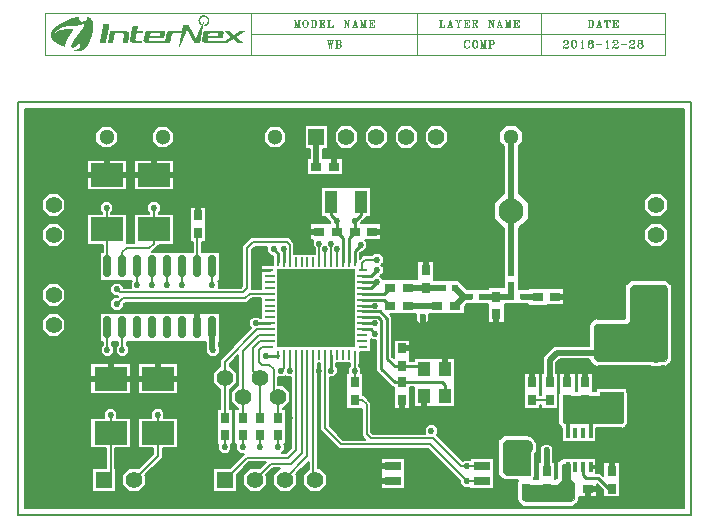
<source format=gbr>
%MOMM*%
%FSLAX33Y33*%
%ADD10C,0.203200*%
%ADD15C,0.070000*%
%ADD20C,1.400000*%
%ADD128C,0.200000*%
%ADD129C,0.500000*%
%ADD130C,0.250000*%
%ADD131C,0.530000*%
%ADD132C,0.400000*%
%ADD133C,0.300000*%
%ADD134C,3.800000*%
%ADD135R,1.400000X1.400000*%
%ADD136C,1.300000*%
%ADD137C,2.100000*%
%ADD138C,0.100000*%
%ADD139R,2.800000X2.000000*%
%ADD140C,0.635000*%
%ADD141R,0.800000X0.900000*%
%ADD142R,0.789000X0.254000*%
%ADD143R,0.900000X0.250000*%
%ADD144R,0.254000X0.789000*%
%ADD145R,0.250000X0.900000*%
%ADD146R,6.600000X6.600000*%
%ADD147R,0.900000X0.800000*%
%ADD148R,1.100000X1.900000*%
%ADD149R,1.397000X0.762000*%
%ADD150R,1.050000X1.300000*%
%ADD151R,0.325000X0.900000*%
%ADD152R,2.400000X1.650000*%
%ADD153R,2.000000X1.300000*%
%ADD186C,0.530000*%
G90*G71*G01*D02*G54D10*X000000Y000000D02*X057000Y000000D01*X057000Y035000D01*
X000000Y035000D01*X000000Y000000D01*D02*G54D15*X019750Y042500D02*
X002250Y042500D01*X002250Y039000D01*X019750Y039000D01*X019750Y040750D02*
X054750Y040750D01*X033750Y042500D02*X033750Y039000D01*X019750Y042500D02*
X054750Y042500D01*X054750Y039000D02*X019750Y039000D01*X019750Y042500D02*
X019750Y039000D01*X054750Y042500D02*X054750Y039000D01*X044250Y042500D02*
X044250Y039000D01*X046154Y040098D02*X046154Y040066D01*X046186Y040066D01*
X046186Y040098D01*X046154Y040098D01*X046154Y040130D02*X046186Y040130D01*
X046218Y040098D01*X046218Y040066D01*X046186Y040034D01*X046154Y040034D01*
X046123Y040066D01*X046123Y040098D01*X046154Y040161D01*X046186Y040193D01*
X046282Y040214D01*X046414Y040214D01*X046509Y040193D01*X046541Y040161D01*
X046578Y040098D01*X046578Y040034D01*X046541Y039981D01*X046446Y039917D01*
X046282Y039854D01*X046218Y039822D01*X046154Y039758D01*X046123Y039673D01*
X046123Y039578D01*X046509Y040161D02*X046541Y040098D01*X046541Y040034D01*
X046509Y039981D01*X046414Y040214D02*X046477Y040193D01*X046509Y040098D01*
X046509Y040034D01*X046477Y039981D01*X046414Y039917D01*X046282Y039854D01*
X046123Y039642D02*X046154Y039673D01*X046218Y039673D01*X046377Y039642D01*
X046509Y039642D01*X046578Y039673D01*X046218Y039673D02*X046377Y039610D01*
X046509Y039610D01*X046541Y039642D01*X046218Y039673D02*X046377Y039578D01*
X046509Y039578D01*X046541Y039610D01*X046578Y039673D01*X046578Y039727D01*
X047014Y040214D02*X046918Y040193D01*X046854Y040098D01*X046823Y039949D01*
X046823Y039854D01*X046854Y039705D01*X046918Y039610D01*X047014Y039578D01*
X047082Y039578D01*X047177Y039610D01*X047241Y039705D01*X047278Y039854D01*
X047278Y039949D01*X047241Y040098D01*X047177Y040193D01*X047082Y040214D01*
X047014Y040214D01*X046918Y040161D02*X046886Y040098D01*X046854Y039981D01*
X046854Y039822D01*X046886Y039705D01*X046918Y039642D01*X047177Y039642D02*
X047209Y039705D01*X047241Y039822D01*X047241Y039981D01*X047209Y040098D01*
X047177Y040161D01*X047014Y040214D02*X046950Y040193D01*X046918Y040130D01*
X046886Y039981D01*X046886Y039822D01*X046918Y039673D01*X046950Y039610D01*
X047014Y039578D01*X047082Y039578D02*X047146Y039610D01*X047177Y039673D01*
X047209Y039822D01*X047209Y039981D01*X047177Y040130D01*X047146Y040193D01*
X047082Y040214D01*X047727Y040161D02*X047727Y039578D01*X047745Y040161D02*
X047745Y039610D01*X047759Y040214D02*X047759Y039578D01*X047759Y040214D02*
X047714Y040130D01*X047686Y040098D01*X047673Y039578D02*X047818Y039578D01*
X047727Y039610D02*X047700Y039578D01*X047727Y039642D02*X047714Y039578D01*
X047759Y039642D02*X047773Y039578D01*X047759Y039610D02*X047786Y039578D01*
X048577Y040130D02*X048577Y040098D01*X048609Y040098D01*X048609Y040130D01*
X048577Y040130D01*X048609Y040161D02*X048577Y040161D01*X048546Y040130D01*
X048546Y040098D01*X048577Y040066D01*X048609Y040066D01*X048641Y040098D01*
X048641Y040130D01*X048609Y040193D01*X048546Y040214D01*X048450Y040214D01*
X048350Y040193D01*X048286Y040130D01*X048254Y040066D01*X048223Y039949D01*
X048223Y039758D01*X048254Y039673D01*X048318Y039610D01*X048414Y039578D01*
X048482Y039578D01*X048577Y039610D01*X048641Y039673D01*X048678Y039758D01*
X048678Y039790D01*X048641Y039886D01*X048577Y039949D01*X048482Y039981D01*
X048414Y039981D01*X048350Y039949D01*X048318Y039917D01*X048286Y039854D01*
X048318Y040130D02*X048286Y040066D01*X048254Y039949D01*X048254Y039758D01*
X048286Y039673D01*X048318Y039642D01*X048609Y039673D02*X048641Y039727D01*
X048641Y039822D01*X048609Y039886D01*X048450Y040214D02*X048382Y040193D01*
X048350Y040161D01*X048318Y040098D01*X048286Y039981D01*X048286Y039758D01*
X048318Y039673D01*X048350Y039610D01*X048414Y039578D01*X048482Y039578D02*
X048546Y039610D01*X048577Y039642D01*X048609Y039727D01*X048609Y039822D01*
X048577Y039917D01*X048546Y039949D01*X048482Y039981D01*X048923Y039886D02*
X049378Y039886D01*X049378Y039854D01*X048923Y039886D02*X048923Y039854D01*
X049378Y039854D01*X049827Y040161D02*X049827Y039578D01*X049845Y040161D02*
X049845Y039610D01*X049859Y040214D02*X049859Y039578D01*X049859Y040214D02*
X049814Y040130D01*X049786Y040098D01*X049773Y039578D02*X049918Y039578D01*
X049827Y039610D02*X049800Y039578D01*X049827Y039642D02*X049814Y039578D01*
X049859Y039642D02*X049873Y039578D01*X049859Y039610D02*X049886Y039578D01*
X050354Y040098D02*X050354Y040066D01*X050386Y040066D01*X050386Y040098D01*
X050354Y040098D01*X050354Y040130D02*X050386Y040130D01*X050418Y040098D01*
X050418Y040066D01*X050386Y040034D01*X050354Y040034D01*X050322Y040066D01*
X050322Y040098D01*X050354Y040161D01*X050386Y040193D01*X050482Y040214D01*
X050614Y040214D01*X050709Y040193D01*X050741Y040161D01*X050777Y040098D01*
X050777Y040034D01*X050741Y039981D01*X050646Y039917D01*X050482Y039854D01*
X050418Y039822D01*X050354Y039758D01*X050322Y039673D01*X050322Y039578D01*
X050709Y040161D02*X050741Y040098D01*X050741Y040034D01*X050709Y039981D01*
X050614Y040214D02*X050677Y040193D01*X050709Y040098D01*X050709Y040034D01*
X050677Y039981D01*X050614Y039917D01*X050482Y039854D01*X050322Y039642D02*
X050354Y039673D01*X050418Y039673D01*X050577Y039642D01*X050709Y039642D01*
X050777Y039673D01*X050418Y039673D02*X050577Y039610D01*X050709Y039610D01*
X050741Y039642D01*X050418Y039673D02*X050577Y039578D01*X050709Y039578D01*
X050741Y039610D01*X050777Y039673D01*X050777Y039727D01*X051022Y039886D02*
X051477Y039886D01*X051477Y039854D01*X051022Y039886D02*X051022Y039854D01*
X051477Y039854D01*X051754Y040098D02*X051754Y040066D01*X051786Y040066D01*
X051786Y040098D01*X051754Y040098D01*X051754Y040130D02*X051786Y040130D01*
X051818Y040098D01*X051818Y040066D01*X051786Y040034D01*X051754Y040034D01*
X051722Y040066D01*X051722Y040098D01*X051754Y040161D01*X051786Y040193D01*
X051882Y040214D01*X052014Y040214D01*X052109Y040193D01*X052141Y040161D01*
X052177Y040098D01*X052177Y040034D01*X052141Y039981D01*X052046Y039917D01*
X051882Y039854D01*X051818Y039822D01*X051754Y039758D01*X051722Y039673D01*
X051722Y039578D01*X052109Y040161D02*X052141Y040098D01*X052141Y040034D01*
X052109Y039981D01*X052014Y040214D02*X052077Y040193D01*X052109Y040098D01*
X052109Y040034D01*X052077Y039981D01*X052014Y039917D01*X051882Y039854D01*
X051722Y039642D02*X051754Y039673D01*X051818Y039673D01*X051977Y039642D01*
X052109Y039642D01*X052177Y039673D01*X051818Y039673D02*X051977Y039610D01*
X052109Y039610D01*X052141Y039642D01*X051818Y039673D02*X051977Y039578D01*
X052109Y039578D01*X052141Y039610D01*X052177Y039673D01*X052177Y039727D01*
X052582Y040214D02*X052486Y040193D01*X052454Y040130D01*X052454Y040034D01*
X052486Y039981D01*X052582Y039949D01*X052714Y039949D01*X052809Y039981D01*
X052841Y040034D01*X052841Y040130D01*X052809Y040193D01*X052714Y040214D01*
X052582Y040214D01*X052518Y040193D02*X052486Y040130D01*X052486Y040034D01*
X052518Y039981D01*X052777Y039981D02*X052809Y040034D01*X052809Y040130D01*
X052777Y040193D01*X052582Y040214D02*X052550Y040193D01*X052518Y040130D01*
X052518Y040034D01*X052550Y039981D01*X052582Y039949D01*X052714Y039949D02*
X052746Y039981D01*X052777Y040034D01*X052777Y040130D01*X052746Y040193D01*
X052714Y040214D01*X052582Y039949D02*X052486Y039917D01*X052454Y039886D01*
X052422Y039822D01*X052422Y039705D01*X052454Y039642D01*X052486Y039610D01*
X052582Y039578D01*X052714Y039578D01*X052809Y039610D01*X052841Y039642D01*
X052877Y039705D01*X052877Y039822D01*X052841Y039886D01*X052809Y039917D01*
X052714Y039949D01*X052486Y039886D02*X052454Y039822D01*X052454Y039705D01*
X052486Y039642D01*X052809Y039642D02*X052841Y039705D01*X052841Y039822D01*
X052809Y039886D01*X052582Y039949D02*X052518Y039917D01*X052486Y039822D01*
X052486Y039705D01*X052518Y039610D01*X052582Y039578D01*X052714Y039578D02*
X052777Y039610D01*X052809Y039705D01*X052809Y039822D01*X052777Y039917D01*
X052714Y039949D01*X048300Y041964D02*X048300Y041328D01*X048327Y041943D02*
X048327Y041360D01*X048354Y041964D02*X048354Y041328D01*X048223Y041964D02*
X048486Y041964D01*X048568Y041943D01*X048623Y041880D01*X048650Y041816D01*
X048678Y041731D01*X048678Y041572D01*X048650Y041477D01*X048623Y041423D01*
X048568Y041360D01*X048486Y041328D01*X048223Y041328D01*X048596Y041880D02*
X048623Y041816D01*X048650Y041731D01*X048650Y041572D01*X048623Y041477D01*
X048596Y041423D01*X048486Y041964D02*X048541Y041943D01*X048596Y041848D01*
X048623Y041731D01*X048623Y041572D01*X048596Y041455D01*X048541Y041360D01*
X048486Y041328D01*X048245Y041964D02*X048300Y041943D01*X048273Y041964D02*
X048300Y041911D01*X048382Y041964D02*X048354Y041911D01*X048409Y041964D02*
X048354Y041943D01*X048300Y041360D02*X048245Y041328D01*X048300Y041392D02*
X048273Y041328D01*X048354Y041392D02*X048382Y041328D01*X048354Y041360D02*
X048409Y041328D01*X049150Y041964D02*X048973Y041360D01*X049123Y041880D02*
X049273Y041328D01*X049150Y041880D02*X049300Y041328D01*X049150Y041964D02*
X049323Y041328D01*X049023Y041508D02*X049250Y041508D01*X048923Y041328D02*
X049073Y041328D01*X049200Y041328D02*X049378Y041328D01*X048973Y041360D02*
X048945Y041328D01*X048973Y041360D02*X049023Y041328D01*X049273Y041360D02*
X049223Y041328D01*X049273Y041392D02*X049250Y041328D01*X049300Y041392D02*
X049350Y041328D01*X049623Y041964D02*X049623Y041784D01*X049818Y041964D02*
X049818Y041328D01*X049850Y041943D02*X049850Y041360D01*X049877Y041964D02*
X049877Y041328D01*X050077Y041964D02*X050077Y041784D01*X049623Y041964D02*
X050077Y041964D01*X049736Y041328D02*X049959Y041328D01*X049650Y041964D02*
X049623Y041784D01*X049677Y041964D02*X049623Y041880D01*X049704Y041964D02*
X049623Y041911D01*X049764Y041964D02*X049623Y041943D01*X049932Y041964D02*
X050077Y041943D01*X049991Y041964D02*X050077Y041911D01*X050018Y041964D02*
X050077Y041880D01*X050046Y041964D02*X050077Y041784D01*X049818Y041360D02*
X049764Y041328D01*X049818Y041392D02*X049791Y041328D01*X049877Y041392D02*
X049905Y041328D01*X049877Y041360D02*X049932Y041328D01*X050404Y041964D02*
X050404Y041328D01*X050432Y041943D02*X050432Y041360D01*X050464Y041964D02*
X050464Y041328D01*X050322Y041964D02*X050777Y041964D01*X050777Y041784D01*
X050464Y041667D02*X050632Y041667D01*X050632Y041784D02*X050632Y041540D01*
X050322Y041328D02*X050777Y041328D01*X050777Y041508D01*X050350Y041964D02*
X050404Y041943D01*X050377Y041964D02*X050404Y041911D01*X050491Y041964D02*
X050464Y041911D01*X050518Y041964D02*X050464Y041943D01*X050632Y041964D02*
X050777Y041943D01*X050691Y041964D02*X050777Y041911D01*X050718Y041964D02*
X050777Y041880D01*X050746Y041964D02*X050777Y041784D01*X050632Y041784D02*
X050605Y041667D01*X050632Y041540D01*X050632Y041731D02*X050577Y041667D01*
X050632Y041604D01*X050632Y041699D02*X050518Y041667D01*X050632Y041636D01*
X050404Y041360D02*X050350Y041328D01*X050404Y041392D02*X050377Y041328D01*
X050464Y041392D02*X050491Y041328D01*X050464Y041360D02*X050518Y041328D01*
X050632Y041328D02*X050777Y041360D01*X050691Y041328D02*X050777Y041392D01*
X050718Y041328D02*X050777Y041423D01*X050746Y041328D02*X050777Y041508D01*
X035714Y041964D02*X035714Y041328D01*X035741Y041943D02*X035741Y041360D01*
X035773Y041964D02*X035773Y041328D01*X035623Y041964D02*X035864Y041964D01*
X035623Y041328D02*X036078Y041328D01*X036078Y041508D01*X035650Y041964D02*
X035714Y041943D01*X035682Y041964D02*X035714Y041911D01*X035805Y041964D02*
X035773Y041911D01*X035832Y041964D02*X035773Y041943D01*X035714Y041360D02*
X035650Y041328D01*X035714Y041392D02*X035682Y041328D01*X035773Y041392D02*
X035805Y041328D01*X035773Y041360D02*X035832Y041328D01*X035923Y041328D02*
X036078Y041360D01*X035982Y041328D02*X036078Y041392D01*X036014Y041328D02*
X036078Y041423D01*X036046Y041328D02*X036078Y041508D01*X036550Y041964D02*
X036373Y041360D01*X036523Y041880D02*X036673Y041328D01*X036550Y041880D02*
X036700Y041328D01*X036550Y041964D02*X036723Y041328D01*X036423Y041508D02*
X036650Y041508D01*X036323Y041328D02*X036473Y041328D01*X036600Y041328D02*
X036778Y041328D01*X036373Y041360D02*X036345Y041328D01*X036373Y041360D02*
X036423Y041328D01*X036673Y041360D02*X036623Y041328D01*X036673Y041392D02*
X036650Y041328D01*X036700Y041392D02*X036750Y041328D01*X037068Y041964D02*
X037223Y041636D01*X037223Y041328D01*X037091Y041964D02*X037245Y041636D01*
X037245Y041360D01*X037109Y041964D02*X037273Y041636D01*X037273Y041328D01*
X037405Y041943D02*X037273Y041636D01*X037023Y041964D02*X037182Y041964D01*
X037336Y041964D02*X037478Y041964D01*X037159Y041328D02*X037336Y041328D01*
X037045Y041964D02*X037091Y041943D01*X037159Y041964D02*X037109Y041943D01*
X037364Y041964D02*X037405Y041943D01*X037450Y041964D02*X037405Y041943D01*
X037223Y041360D02*X037182Y041328D01*X037223Y041392D02*X037200Y041328D01*
X037273Y041392D02*X037291Y041328D01*X037273Y041360D02*X037314Y041328D01*
X037804Y041964D02*X037804Y041328D01*X037832Y041943D02*X037832Y041360D01*
X037864Y041964D02*X037864Y041328D01*X037723Y041964D02*X038178Y041964D01*
X038178Y041784D01*X037864Y041667D02*X038032Y041667D01*X038032Y041784D02*
X038032Y041540D01*X037723Y041328D02*X038178Y041328D01*X038178Y041508D01*
X037750Y041964D02*X037804Y041943D01*X037777Y041964D02*X037804Y041911D01*
X037891Y041964D02*X037864Y041911D01*X037918Y041964D02*X037864Y041943D01*
X038032Y041964D02*X038178Y041943D01*X038091Y041964D02*X038178Y041911D01*
X038118Y041964D02*X038178Y041880D01*X038146Y041964D02*X038178Y041784D01*
X038032Y041784D02*X038005Y041667D01*X038032Y041540D01*X038032Y041731D02*
X037977Y041667D01*X038032Y041604D01*X038032Y041699D02*X037918Y041667D01*
X038032Y041636D01*X037804Y041360D02*X037750Y041328D01*X037804Y041392D02*
X037777Y041328D01*X037864Y041392D02*X037891Y041328D01*X037864Y041360D02*
X037918Y041328D01*X038032Y041328D02*X038178Y041360D01*X038091Y041328D02*
X038178Y041392D01*X038118Y041328D02*X038178Y041423D01*X038146Y041328D02*
X038178Y041508D01*X038495Y041964D02*X038495Y041328D01*X038523Y041943D02*
X038523Y041360D01*X038545Y041964D02*X038545Y041328D01*X038423Y041964D02*
X038723Y041964D01*X038800Y041943D01*X038823Y041911D01*X038850Y041848D01*
X038850Y041784D01*X038823Y041731D01*X038800Y041699D01*X038723Y041667D01*
X038545Y041667D01*X038800Y041911D02*X038823Y041848D01*X038823Y041784D01*
X038800Y041731D01*X038723Y041964D02*X038773Y041943D01*X038800Y041880D01*
X038800Y041752D01*X038773Y041699D01*X038723Y041667D01*X038645Y041667D02*
X038700Y041636D01*X038723Y041572D01*X038773Y041392D01*X038800Y041328D01*
X038850Y041328D01*X038878Y041392D01*X038878Y041455D01*X038773Y041455D02*
X038800Y041392D01*X038823Y041360D01*X038850Y041360D01*X038700Y041636D02*
X038723Y041604D01*X038800Y041423D01*X038823Y041392D01*X038850Y041392D01*
X038878Y041423D01*X038423Y041328D02*X038623Y041328D01*X038445Y041964D02*
X038495Y041943D01*X038473Y041964D02*X038495Y041911D01*X038573Y041964D02*
X038545Y041911D01*X038595Y041964D02*X038545Y041943D01*X038495Y041360D02*
X038445Y041328D01*X038495Y041392D02*X038473Y041328D01*X038545Y041392D02*
X038573Y041328D01*X038545Y041360D02*X038595Y041328D01*X039886Y041964D02*
X039886Y041360D01*X039886Y041964D02*X040205Y041328D01*X039913Y041964D02*
X040182Y041423D01*X039932Y041964D02*X040205Y041423D01*X040205Y041943D02*
X040205Y041328D01*X039822Y041964D02*X039932Y041964D01*X040141Y041964D02*
X040277Y041964D01*X039822Y041328D02*X039954Y041328D01*X039841Y041964D02*
X039886Y041943D01*X040164Y041964D02*X040205Y041943D01*X040255Y041964D02*
X040205Y041943D01*X039886Y041360D02*X039841Y041328D01*X039886Y041360D02*
X039932Y041328D01*X040750Y041964D02*X040573Y041360D01*X040723Y041880D02*
X040873Y041328D01*X040750Y041880D02*X040900Y041328D01*X040750Y041964D02*
X040923Y041328D01*X040623Y041508D02*X040850Y041508D01*X040522Y041328D02*
X040673Y041328D01*X040800Y041328D02*X040977Y041328D01*X040573Y041360D02*
X040545Y041328D01*X040573Y041360D02*X040623Y041328D01*X040873Y041360D02*
X040823Y041328D01*X040873Y041392D02*X040850Y041328D01*X040900Y041392D02*
X040950Y041328D01*X041282Y041964D02*X041282Y041360D01*X041282Y041964D02*
X041427Y041328D01*X041304Y041964D02*X041427Y041423D01*X041323Y041964D02*
X041445Y041423D01*X041573Y041964D02*X041427Y041328D01*X041573Y041964D02*
X041573Y041328D01*X041591Y041943D02*X041591Y041360D01*X041614Y041964D02*
X041614Y041328D01*X041222Y041964D02*X041323Y041964D01*X041573Y041964D02*
X041677Y041964D01*X041222Y041328D02*X041345Y041328D01*X041509Y041328D02*
X041677Y041328D01*X041241Y041964D02*X041282Y041943D01*X041632Y041964D02*
X041614Y041911D01*X041655Y041964D02*X041614Y041943D01*X041282Y041360D02*
X041241Y041328D01*X041282Y041360D02*X041323Y041328D01*X041573Y041360D02*
X041532Y041328D01*X041573Y041392D02*X041550Y041328D01*X041614Y041392D02*
X041632Y041328D01*X041614Y041360D02*X041655Y041328D01*X042004Y041964D02*
X042004Y041328D01*X042032Y041943D02*X042032Y041360D01*X042064Y041964D02*
X042064Y041328D01*X041922Y041964D02*X042377Y041964D01*X042377Y041784D01*
X042064Y041667D02*X042232Y041667D01*X042232Y041784D02*X042232Y041540D01*
X041922Y041328D02*X042377Y041328D01*X042377Y041508D01*X041950Y041964D02*
X042004Y041943D01*X041977Y041964D02*X042004Y041911D01*X042091Y041964D02*
X042064Y041911D01*X042118Y041964D02*X042064Y041943D01*X042232Y041964D02*
X042377Y041943D01*X042291Y041964D02*X042377Y041911D01*X042318Y041964D02*
X042377Y041880D01*X042346Y041964D02*X042377Y041784D01*X042232Y041784D02*
X042205Y041667D01*X042232Y041540D01*X042232Y041731D02*X042177Y041667D01*
X042232Y041604D01*X042232Y041699D02*X042118Y041667D01*X042232Y041636D01*
X042004Y041360D02*X041950Y041328D01*X042004Y041392D02*X041977Y041328D01*
X042064Y041392D02*X042091Y041328D01*X042064Y041360D02*X042118Y041328D01*
X042232Y041328D02*X042377Y041360D01*X042291Y041328D02*X042377Y041392D01*
X042318Y041328D02*X042377Y041423D01*X042346Y041328D02*X042377Y041508D01*
X023432Y041964D02*X023432Y041360D01*X023432Y041964D02*X023577Y041328D01*
X023454Y041964D02*X023577Y041423D01*X023473Y041964D02*X023596Y041423D01*
X023723Y041964D02*X023577Y041328D01*X023723Y041964D02*X023723Y041328D01*
X023741Y041943D02*X023741Y041360D01*X023764Y041964D02*X023764Y041328D01*
X023373Y041964D02*X023473Y041964D01*X023723Y041964D02*X023828Y041964D01*
X023373Y041328D02*X023495Y041328D01*X023659Y041328D02*X023828Y041328D01*
X023391Y041964D02*X023432Y041943D01*X023782Y041964D02*X023764Y041911D01*
X023805Y041964D02*X023764Y041943D01*X023432Y041360D02*X023391Y041328D01*
X023432Y041360D02*X023473Y041328D01*X023723Y041360D02*X023682Y041328D01*
X023723Y041392D02*X023700Y041328D01*X023764Y041392D02*X023782Y041328D01*
X023764Y041360D02*X023805Y041328D01*X024268Y041964D02*X024186Y041943D01*
X024127Y041880D01*X024100Y041816D01*X024073Y041699D01*X024073Y041604D01*
X024100Y041477D01*X024127Y041423D01*X024186Y041360D01*X024268Y041328D01*
X024327Y041328D01*X024414Y041360D01*X024468Y041423D01*X024496Y041477D01*
X024528Y041604D01*X024528Y041699D01*X024496Y041816D01*X024468Y041880D01*
X024414Y041943D01*X024327Y041964D01*X024268Y041964D01*X024154Y041880D02*
X024127Y041816D01*X024100Y041731D01*X024100Y041572D01*X024127Y041477D01*
X024154Y041423D01*X024441Y041423D02*X024468Y041477D01*X024496Y041572D01*
X024496Y041731D01*X024468Y041816D01*X024441Y041880D01*X024268Y041964D02*
X024214Y041943D01*X024154Y041848D01*X024127Y041731D01*X024127Y041572D01*
X024154Y041455D01*X024214Y041360D01*X024268Y041328D01*X024327Y041328D02*
X024382Y041360D01*X024441Y041455D01*X024468Y041572D01*X024468Y041731D01*
X024441Y041848D01*X024382Y041943D01*X024327Y041964D01*X024850Y041964D02*
X024850Y041328D01*X024877Y041943D02*X024877Y041360D01*X024904Y041964D02*
X024904Y041328D01*X024773Y041964D02*X025036Y041964D01*X025118Y041943D01*
X025173Y041880D01*X025200Y041816D01*X025228Y041731D01*X025228Y041572D01*
X025200Y041477D01*X025173Y041423D01*X025118Y041360D01*X025036Y041328D01*
X024773Y041328D01*X025146Y041880D02*X025173Y041816D01*X025200Y041731D01*
X025200Y041572D01*X025173Y041477D01*X025146Y041423D01*X025036Y041964D02*
X025091Y041943D01*X025146Y041848D01*X025173Y041731D01*X025173Y041572D01*
X025146Y041455D01*X025091Y041360D01*X025036Y041328D01*X024795Y041964D02*
X024850Y041943D01*X024823Y041964D02*X024850Y041911D01*X024932Y041964D02*
X024904Y041911D01*X024959Y041964D02*X024904Y041943D01*X024850Y041360D02*
X024795Y041328D01*X024850Y041392D02*X024823Y041328D01*X024904Y041392D02*
X024932Y041328D01*X024904Y041360D02*X024959Y041328D01*X025554Y041964D02*
X025554Y041328D01*X025582Y041943D02*X025582Y041360D01*X025614Y041964D02*
X025614Y041328D01*X025473Y041964D02*X025928Y041964D01*X025928Y041784D01*
X025614Y041667D02*X025782Y041667D01*X025782Y041784D02*X025782Y041540D01*
X025473Y041328D02*X025928Y041328D01*X025928Y041508D01*X025500Y041964D02*
X025554Y041943D01*X025527Y041964D02*X025554Y041911D01*X025641Y041964D02*
X025614Y041911D01*X025668Y041964D02*X025614Y041943D01*X025782Y041964D02*
X025928Y041943D01*X025841Y041964D02*X025928Y041911D01*X025868Y041964D02*
X025928Y041880D01*X025896Y041964D02*X025928Y041784D01*X025782Y041784D02*
X025755Y041667D01*X025782Y041540D01*X025782Y041731D02*X025727Y041667D01*
X025782Y041604D01*X025782Y041699D02*X025668Y041667D01*X025782Y041636D01*
X025554Y041360D02*X025500Y041328D01*X025554Y041392D02*X025527Y041328D01*
X025614Y041392D02*X025641Y041328D01*X025614Y041360D02*X025668Y041328D01*
X025782Y041328D02*X025928Y041360D01*X025841Y041328D02*X025928Y041392D01*
X025868Y041328D02*X025928Y041423D01*X025896Y041328D02*X025928Y041508D01*
X026264Y041964D02*X026264Y041328D01*X026291Y041943D02*X026291Y041360D01*
X026323Y041964D02*X026323Y041328D01*X026173Y041964D02*X026414Y041964D01*
X026173Y041328D02*X026628Y041328D01*X026628Y041508D01*X026200Y041964D02*
X026264Y041943D01*X026232Y041964D02*X026264Y041911D01*X026355Y041964D02*
X026323Y041911D01*X026382Y041964D02*X026323Y041943D01*X026264Y041360D02*
X026200Y041328D01*X026264Y041392D02*X026232Y041328D01*X026323Y041392D02*
X026355Y041328D01*X026323Y041360D02*X026382Y041328D01*X026473Y041328D02*
X026628Y041360D01*X026532Y041328D02*X026628Y041392D01*X026564Y041328D02*
X026628Y041423D01*X026596Y041328D02*X026628Y041508D01*X027636Y041964D02*
X027636Y041360D01*X027636Y041964D02*X027955Y041328D01*X027663Y041964D02*
X027932Y041423D01*X027682Y041964D02*X027955Y041423D01*X027955Y041943D02*
X027955Y041328D01*X027572Y041964D02*X027682Y041964D01*X027891Y041964D02*
X028027Y041964D01*X027572Y041328D02*X027704Y041328D01*X027591Y041964D02*
X027636Y041943D01*X027914Y041964D02*X027955Y041943D01*X028005Y041964D02*
X027955Y041943D01*X027636Y041360D02*X027591Y041328D01*X027636Y041360D02*
X027682Y041328D01*X028500Y041964D02*X028323Y041360D01*X028473Y041880D02*
X028623Y041328D01*X028500Y041880D02*X028650Y041328D01*X028500Y041964D02*
X028673Y041328D01*X028373Y041508D02*X028600Y041508D01*X028272Y041328D02*
X028423Y041328D01*X028550Y041328D02*X028727Y041328D01*X028323Y041360D02*
X028295Y041328D01*X028323Y041360D02*X028373Y041328D01*X028623Y041360D02*
X028573Y041328D01*X028623Y041392D02*X028600Y041328D01*X028650Y041392D02*
X028700Y041328D01*X029032Y041964D02*X029032Y041360D01*X029032Y041964D02*
X029177Y041328D01*X029054Y041964D02*X029177Y041423D01*X029073Y041964D02*
X029195Y041423D01*X029323Y041964D02*X029177Y041328D01*X029323Y041964D02*
X029323Y041328D01*X029341Y041943D02*X029341Y041360D01*X029364Y041964D02*
X029364Y041328D01*X028972Y041964D02*X029073Y041964D01*X029323Y041964D02*
X029427Y041964D01*X028972Y041328D02*X029095Y041328D01*X029259Y041328D02*
X029427Y041328D01*X028991Y041964D02*X029032Y041943D01*X029382Y041964D02*
X029364Y041911D01*X029405Y041964D02*X029364Y041943D01*X029032Y041360D02*
X028991Y041328D01*X029032Y041360D02*X029073Y041328D01*X029323Y041360D02*
X029282Y041328D01*X029323Y041392D02*X029300Y041328D01*X029364Y041392D02*
X029382Y041328D01*X029364Y041360D02*X029405Y041328D01*X029754Y041964D02*
X029754Y041328D01*X029782Y041943D02*X029782Y041360D01*X029814Y041964D02*
X029814Y041328D01*X029672Y041964D02*X030127Y041964D01*X030127Y041784D01*
X029814Y041667D02*X029982Y041667D01*X029982Y041784D02*X029982Y041540D01*
X029672Y041328D02*X030127Y041328D01*X030127Y041508D01*X029700Y041964D02*
X029754Y041943D01*X029727Y041964D02*X029754Y041911D01*X029841Y041964D02*
X029814Y041911D01*X029868Y041964D02*X029814Y041943D01*X029982Y041964D02*
X030127Y041943D01*X030041Y041964D02*X030127Y041911D01*X030068Y041964D02*
X030127Y041880D01*X030096Y041964D02*X030127Y041784D01*X029982Y041784D02*
X029955Y041667D01*X029982Y041540D01*X029982Y041731D02*X029927Y041667D01*
X029982Y041604D01*X029982Y041699D02*X029868Y041667D01*X029982Y041636D01*
X029754Y041360D02*X029700Y041328D01*X029754Y041392D02*X029727Y041328D01*
X029814Y041392D02*X029841Y041328D01*X029814Y041360D02*X029868Y041328D01*
X029982Y041328D02*X030127Y041360D01*X030041Y041328D02*X030127Y041392D01*
X030068Y041328D02*X030127Y041423D01*X030096Y041328D02*X030127Y041508D01*
X026232Y040214D02*X026314Y039578D01*X026254Y040214D02*X026314Y039727D01*
X026314Y039578D01*X026273Y040214D02*X026336Y039727D01*X026400Y040214D02*
X026336Y039727D01*X026314Y039578D01*X026400Y040214D02*X026482Y039578D01*
X026418Y040214D02*X026482Y039727D01*X026482Y039578D01*X026441Y040214D02*
X026500Y039727D01*X026564Y040193D02*X026500Y039727D01*X026482Y039578D01*
X026173Y040214D02*X026336Y040214D01*X026400Y040214D02*X026441Y040214D01*
X026500Y040214D02*X026628Y040214D01*X026191Y040214D02*X026254Y040193D01*
X026213Y040214D02*X026254Y040161D01*X026295Y040214D02*X026273Y040161D01*
X026314Y040214D02*X026273Y040193D01*X026523Y040214D02*X026564Y040193D01*
X026605Y040214D02*X026564Y040193D01*X026950Y040214D02*X026950Y039578D01*
X026977Y040193D02*X026977Y039610D01*X027004Y040214D02*X027004Y039578D01*
X026873Y040214D02*X027191Y040214D01*X027273Y040193D01*X027296Y040161D01*
X027327Y040098D01*X027327Y040034D01*X027296Y039981D01*X027273Y039949D01*
X027191Y039917D01*X027273Y040161D02*X027296Y040098D01*X027296Y040034D01*
X027273Y039981D01*X027191Y040214D02*X027246Y040193D01*X027273Y040130D01*
X027273Y040002D01*X027246Y039949D01*X027191Y039917D01*X027004Y039917D02*
X027191Y039917D01*X027273Y039886D01*X027296Y039854D01*X027327Y039790D01*
X027327Y039705D01*X027296Y039642D01*X027273Y039610D01*X027191Y039578D01*
X026873Y039578D01*X027273Y039854D02*X027296Y039790D01*X027296Y039705D01*
X027273Y039642D01*X027191Y039917D02*X027246Y039886D01*X027273Y039822D01*
X027273Y039673D01*X027246Y039610D01*X027191Y039578D01*X026895Y040214D02*
X026950Y040193D01*X026923Y040214D02*X026950Y040161D01*X027032Y040214D02*
X027004Y040161D01*X027059Y040214D02*X027004Y040193D01*X026950Y039610D02*
X026895Y039578D01*X026950Y039642D02*X026923Y039578D01*X027004Y039642D02*
X027032Y039578D01*X027004Y039610D02*X027059Y039578D01*X038146Y040130D02*
X038178Y040214D01*X038178Y040034D01*X038146Y040130D01*X038082Y040193D01*
X038023Y040214D01*X037932Y040214D01*X037841Y040193D01*X037782Y040130D01*
X037750Y040066D01*X037723Y039981D01*X037723Y039822D01*X037750Y039727D01*
X037782Y039673D01*X037841Y039610D01*X037932Y039578D01*X038023Y039578D01*
X038082Y039610D01*X038146Y039673D01*X038178Y039727D01*X037809Y040130D02*
X037782Y040066D01*X037750Y039981D01*X037750Y039822D01*X037782Y039727D01*
X037809Y039673D01*X037932Y040214D02*X037873Y040193D01*X037809Y040098D01*
X037782Y039981D01*X037782Y039822D01*X037809Y039705D01*X037873Y039610D01*
X037932Y039578D01*X038618Y040214D02*X038536Y040193D01*X038477Y040130D01*
X038450Y040066D01*X038423Y039949D01*X038423Y039854D01*X038450Y039727D01*
X038477Y039673D01*X038536Y039610D01*X038618Y039578D01*X038677Y039578D01*
X038764Y039610D01*X038818Y039673D01*X038846Y039727D01*X038878Y039854D01*
X038878Y039949D01*X038846Y040066D01*X038818Y040130D01*X038764Y040193D01*
X038677Y040214D01*X038618Y040214D01*X038504Y040130D02*X038477Y040066D01*
X038450Y039981D01*X038450Y039822D01*X038477Y039727D01*X038504Y039673D01*
X038791Y039673D02*X038818Y039727D01*X038846Y039822D01*X038846Y039981D01*
X038818Y040066D01*X038791Y040130D01*X038618Y040214D02*X038564Y040193D01*
X038504Y040098D01*X038477Y039981D01*X038477Y039822D01*X038504Y039705D01*
X038564Y039610D01*X038618Y039578D01*X038677Y039578D02*X038732Y039610D01*
X038791Y039705D01*X038818Y039822D01*X038818Y039981D01*X038791Y040098D01*
X038732Y040193D01*X038677Y040214D01*X039182Y040214D02*X039182Y039610D01*
X039182Y040214D02*X039327Y039578D01*X039204Y040214D02*X039327Y039673D01*
X039223Y040214D02*X039345Y039673D01*X039473Y040214D02*X039327Y039578D01*
X039473Y040214D02*X039473Y039578D01*X039491Y040193D02*X039491Y039610D01*
X039514Y040214D02*X039514Y039578D01*X039123Y040214D02*X039223Y040214D01*
X039473Y040214D02*X039577Y040214D01*X039123Y039578D02*X039245Y039578D01*
X039409Y039578D02*X039577Y039578D01*X039141Y040214D02*X039182Y040193D01*
X039532Y040214D02*X039514Y040161D01*X039555Y040214D02*X039514Y040193D01*
X039182Y039610D02*X039141Y039578D01*X039182Y039610D02*X039223Y039578D01*
X039473Y039610D02*X039432Y039578D01*X039473Y039642D02*X039450Y039578D01*
X039514Y039642D02*X039532Y039578D01*X039514Y039610D02*X039555Y039578D01*
X039900Y040214D02*X039900Y039578D01*X039927Y040193D02*X039927Y039610D01*
X039954Y040214D02*X039954Y039578D01*X039822Y040214D02*X040141Y040214D01*
X040223Y040193D01*X040246Y040161D01*X040277Y040098D01*X040277Y040002D01*
X040246Y039949D01*X040223Y039917D01*X040141Y039886D01*X039954Y039886D01*
X040223Y040161D02*X040246Y040098D01*X040246Y040002D01*X040223Y039949D01*
X040141Y040214D02*X040196Y040193D01*X040223Y040130D01*X040223Y039981D01*
X040196Y039917D01*X040141Y039886D01*X039822Y039578D02*X040036Y039578D01*
X039845Y040214D02*X039900Y040193D01*X039873Y040214D02*X039900Y040161D01*
X039982Y040214D02*X039954Y040161D01*X040009Y040214D02*X039954Y040193D01*
X039900Y039610D02*X039845Y039578D01*X039900Y039642D02*X039873Y039578D01*
X039954Y039642D02*X039982Y039578D01*X039954Y039610D02*X040009Y039578D01*
X000000Y000000D02*D02*G54D20*X009790Y003000D03*X012330Y003000D03*
X020040Y003000D03*X022580Y003000D03*X025120Y003000D03*X027660Y003000D03*
X003000Y011040D03*X017500Y011625D03*X022000Y010000D03*X020500Y011625D03*
X019000Y010000D03*X054000Y011040D03*X003000Y013580D03*X054000Y013580D03*
X003000Y016120D03*X054000Y016120D03*X003000Y018660D03*X054000Y018660D03*
X003000Y021200D03*X003000Y023740D03*X054000Y021200D03*X054000Y023740D03*
X003000Y026280D03*X054000Y026280D03*X030330Y032000D03*X027790Y032000D03*
X032870Y032000D03*X035410Y032000D03*X037950Y032000D03*D02*G54D128*
X000600Y000600D02*X056400Y000600D01*X056400Y000600D02*X056400Y034400D01*
X056400Y034400D02*X000600Y034400D01*X000600Y034400D02*X000600Y000600D01*
X002586Y025280D02*X003414Y025280D01*X003414Y025280D02*X004000Y025866D01*
X004000Y025866D02*X004000Y026694D01*X004000Y026694D02*X003414Y027280D01*
X003414Y027280D02*X002586Y027280D01*X002586Y027280D02*X002000Y026694D01*
X002000Y026694D02*X002000Y025866D01*X002000Y025866D02*X002586Y025280D01*
X002586Y022740D02*X003414Y022740D01*X003414Y022740D02*X004000Y023326D01*
X004000Y023326D02*X004000Y024154D01*X004000Y024154D02*X003414Y024740D01*
X003414Y024740D02*X002586Y024740D01*X002586Y024740D02*X002000Y024154D01*
X002000Y024154D02*X002000Y023326D01*X002000Y023326D02*X002586Y022740D01*
X002586Y017660D02*X003414Y017660D01*X003414Y017660D02*X004000Y018246D01*
X004000Y018246D02*X004000Y019074D01*X004000Y019074D02*X003414Y019660D01*
X003414Y019660D02*X002586Y019660D01*X002586Y019660D02*X002000Y019074D01*
X002000Y019074D02*X002000Y018246D01*X002000Y018246D02*X002586Y017660D01*
X002586Y015120D02*X003414Y015120D01*X003414Y015120D02*X004000Y015706D01*
X004000Y015706D02*X004000Y016534D01*X004000Y016534D02*X003414Y017120D01*
X003414Y017120D02*X002586Y017120D01*X002586Y017120D02*X002000Y016534D01*
X002000Y016534D02*X002000Y015706D01*X002000Y015706D02*X002586Y015120D01*
X007107Y031050D02*X007894Y031050D01*X007894Y031050D02*X008450Y031607D01*
X008450Y031607D02*X008450Y032394D01*X008450Y032394D02*X007894Y032950D01*
X007894Y032950D02*X007107Y032950D01*X007107Y032950D02*X006550Y032394D01*
X006550Y032394D02*X006550Y031607D01*X006550Y031607D02*X007107Y031050D01*
X009200Y027500D02*X009200Y030100D01*X009200Y030100D02*X005800Y030100D01*
X005800Y030100D02*X005800Y027500D01*X005800Y027500D02*X009200Y027500D01*
X011857Y031050D02*X012644Y031050D01*X012644Y031050D02*X013200Y031607D01*
X013200Y031607D02*X013200Y032394D01*X013200Y032394D02*X012644Y032950D01*
X012644Y032950D02*X011857Y032950D01*X011857Y032950D02*X011300Y032394D01*
X011300Y032394D02*X011300Y031607D01*X011300Y031607D02*X011857Y031050D01*
X013200Y027500D02*X013200Y030100D01*X013200Y030100D02*X009800Y030100D01*
X009800Y030100D02*X009800Y027500D01*X009800Y027500D02*X013200Y027500D01*
X021357Y031050D02*X022144Y031050D01*X022144Y031050D02*X022700Y031607D01*
X022700Y031607D02*X022700Y032394D01*X022700Y032394D02*X022144Y032950D01*
X022144Y032950D02*X021357Y032950D01*X021357Y032950D02*X020800Y032394D01*
X020800Y032394D02*X020800Y031607D01*X020800Y031607D02*X021357Y031050D01*
X024700Y031000D02*X024700Y030200D01*X024700Y030200D02*X024500Y030200D01*
X024500Y030200D02*X024500Y028800D01*X024500Y028800D02*X027500Y028800D01*
X027500Y028800D02*X027500Y030200D01*X027500Y030200D02*X026350Y030200D01*
X026350Y030200D02*X026350Y030200D01*X026350Y030200D02*X025800Y030200D01*
X025800Y030200D02*X025800Y031000D01*X025800Y031000D02*X026250Y031000D01*
X026250Y031000D02*X026250Y033000D01*X026250Y033000D02*X024250Y033000D01*
X024250Y033000D02*X024250Y031000D01*X024250Y031000D02*X024700Y031000D01*
X027376Y031000D02*X028204Y031000D01*X028204Y031000D02*X028790Y031586D01*
X028790Y031586D02*X028790Y032414D01*X028790Y032414D02*X028204Y033000D01*
X028204Y033000D02*X027376Y033000D01*X027376Y033000D02*X026790Y032414D01*
X026790Y032414D02*X026790Y031586D01*X026790Y031586D02*X027376Y031000D01*
X029916Y031000D02*X030744Y031000D01*X030744Y031000D02*X031330Y031586D01*
X031330Y031586D02*X031330Y032414D01*X031330Y032414D02*X030744Y033000D01*
X030744Y033000D02*X029916Y033000D01*X029916Y033000D02*X029330Y032414D01*
X029330Y032414D02*X029330Y031586D01*X029330Y031586D02*X029916Y031000D01*
X032456Y031000D02*X033284Y031000D01*X033284Y031000D02*X033870Y031586D01*
X033870Y031586D02*X033870Y032414D01*X033870Y032414D02*X033284Y033000D01*
X033284Y033000D02*X032456Y033000D01*X032456Y033000D02*X031870Y032414D01*
X031870Y032414D02*X031870Y031586D01*X031870Y031586D02*X032456Y031000D01*
X034996Y031000D02*X035824Y031000D01*X035824Y031000D02*X036410Y031586D01*
X036410Y031586D02*X036410Y032414D01*X036410Y032414D02*X035824Y033000D01*
X035824Y033000D02*X034996Y033000D01*X034996Y033000D02*X034410Y032414D01*
X034410Y032414D02*X034410Y031586D01*X034410Y031586D02*X034996Y031000D01*
X007155Y022900D02*X007155Y022300D01*X007155Y022300D02*X006938Y022300D01*
X006938Y022300D02*X006938Y019865D01*X006938Y019865D02*X006950Y019865D01*
X006950Y019865D02*X006950Y019850D01*X006950Y019850D02*X009646Y019850D01*
X009646Y019850D02*X009530Y019734D01*X009530Y019734D02*X009530Y019275D01*
X009530Y019275D02*X008940Y019275D01*X008940Y019275D02*X008940Y019359D01*
X008940Y019359D02*X008609Y019690D01*X008609Y019690D02*X008141Y019690D01*
X008141Y019690D02*X007810Y019359D01*X007810Y019359D02*X007810Y018891D01*
X007810Y018891D02*X008141Y018560D01*X008141Y018560D02*X008374Y018560D01*
X008374Y018560D02*X008434Y018500D01*X008434Y018500D02*X008374Y018440D01*
X008374Y018440D02*X008141Y018440D01*X008141Y018440D02*X007810Y018109D01*
X007810Y018109D02*X007810Y017641D01*X007810Y017641D02*X008141Y017310D01*
X008141Y017310D02*X008609Y017310D01*X008609Y017310D02*X008940Y017641D01*
X008940Y017641D02*X008940Y017874D01*X008940Y017874D02*X009041Y017975D01*
X009041Y017975D02*X019416Y017975D01*X019416Y017975D02*X019791Y018350D01*
X019791Y018350D02*X020600Y018350D01*X020600Y018350D02*X020600Y016675D01*
X020600Y016675D02*X020499Y016675D01*X020499Y016675D02*X020359Y016815D01*
X020359Y016815D02*X019891Y016815D01*X019891Y016815D02*X019560Y016484D01*
X019560Y016484D02*X019560Y016016D01*X019560Y016016D02*X019755Y015821D01*
X019755Y015821D02*X017100Y013166D01*X017100Y013166D02*X017100Y012625D01*
X017100Y012625D02*X017086Y012625D01*X017086Y012625D02*X016500Y012039D01*
X016500Y012039D02*X016500Y011211D01*X016500Y011211D02*X017086Y010625D01*
X017086Y010625D02*X017100Y010625D01*X017100Y010625D02*X017100Y009000D01*
X017100Y009000D02*X016800Y009000D01*X016800Y009000D02*X016800Y006000D01*
X016800Y006000D02*X016951Y006000D01*X016951Y006000D02*X016935Y005984D01*
X016935Y005984D02*X016935Y005516D01*X016935Y005516D02*X017266Y005185D01*
X017266Y005185D02*X017734Y005185D01*X017734Y005185D02*X018065Y005516D01*
X018065Y005516D02*X018065Y005984D01*X018065Y005984D02*X018049Y006000D01*
X018049Y006000D02*X018200Y006000D01*X018200Y006000D02*X018200Y007100D01*
X018200Y007100D02*X018200Y007100D01*X018200Y007100D02*X018200Y007900D01*
X018200Y007900D02*X018200Y007900D01*X018200Y007900D02*X018200Y009000D01*
X018200Y009000D02*X017900Y009000D01*X017900Y009000D02*X017900Y010625D01*
X017900Y010625D02*X017914Y010625D01*X017914Y010625D02*X018500Y011211D01*
X018500Y011211D02*X018500Y012039D01*X018500Y012039D02*X017914Y012625D01*
X017914Y012625D02*X017900Y012625D01*X017900Y012625D02*X017900Y012834D01*
X017900Y012834D02*X018600Y013534D01*X018600Y013534D02*X018600Y011000D01*
X018600Y011000D02*X018586Y011000D01*X018586Y011000D02*X018000Y010414D01*
X018000Y010414D02*X018000Y009586D01*X018000Y009586D02*X018586Y009000D01*
X018586Y009000D02*X018300Y009000D01*X018300Y009000D02*X018300Y006000D01*
X018300Y006000D02*X018451Y006000D01*X018451Y006000D02*X018435Y005984D01*
X018435Y005984D02*X018435Y005516D01*X018435Y005516D02*X018766Y005185D01*
X018766Y005185D02*X019119Y005185D01*X019119Y005185D02*X017934Y004000D01*
X017934Y004000D02*X016500Y004000D01*X016500Y004000D02*X016500Y002000D01*
X016500Y002000D02*X018500Y002000D01*X018500Y002000D02*X018500Y003434D01*
X018500Y003434D02*X019541Y004475D01*X019541Y004475D02*X020949Y004475D01*
X020949Y004475D02*X020464Y003990D01*X020464Y003990D02*X020454Y004000D01*
X020454Y004000D02*X019626Y004000D01*X019626Y004000D02*X019040Y003414D01*
X019040Y003414D02*X019040Y002586D01*X019040Y002586D02*X019626Y002000D01*
X019626Y002000D02*X020454Y002000D01*X020454Y002000D02*X021040Y002586D01*
X021040Y002586D02*X021040Y003414D01*X021040Y003414D02*X021030Y003424D01*
X021030Y003424D02*X021581Y003975D01*X021581Y003975D02*X022141Y003975D01*
X022141Y003975D02*X021580Y003414D01*X021580Y003414D02*X021580Y002586D01*
X021580Y002586D02*X022166Y002000D01*X022166Y002000D02*X022994Y002000D01*
X022994Y002000D02*X023580Y002586D01*X023580Y002586D02*X023580Y003414D01*
X023580Y003414D02*X023530Y003464D01*X023530Y003464D02*X024600Y004534D01*
X024600Y004534D02*X024600Y003894D01*X024600Y003894D02*X024120Y003414D01*
X024120Y003414D02*X024120Y002586D01*X024120Y002586D02*X024706Y002000D01*
X024706Y002000D02*X025534Y002000D01*X025534Y002000D02*X026120Y002586D01*
X026120Y002586D02*X026120Y003414D01*X026120Y003414D02*X025534Y004000D01*
X025534Y004000D02*X025400Y004000D01*X025400Y004000D02*X025400Y012850D01*
X025400Y012850D02*X025600Y012850D01*X025600Y012850D02*X025600Y007209D01*
X025600Y007209D02*X027209Y005600D01*X027209Y005600D02*X034699Y005600D01*
X034699Y005600D02*X037435Y002864D01*X037435Y002864D02*X037435Y002631D01*
X037435Y002631D02*X037766Y002300D01*X037766Y002300D02*X038234Y002300D01*
X038234Y002300D02*X038277Y002342D01*X038277Y002342D02*X038277Y002184D01*
X038277Y002184D02*X040274Y002184D01*X040274Y002184D02*X040274Y004816D01*
X040274Y004816D02*X038277Y004816D01*X038277Y004816D02*X038277Y004658D01*
X038277Y004658D02*X038234Y004700D01*X038234Y004700D02*X037766Y004700D01*
X037766Y004700D02*X037628Y004563D01*X037628Y004563D02*X035433Y006758D01*
X035433Y006758D02*X035565Y006891D01*X035565Y006891D02*X035565Y007359D01*
X035565Y007359D02*X035234Y007690D01*X035234Y007690D02*X034766Y007690D01*
X034766Y007690D02*X034435Y007359D01*X034435Y007359D02*X034435Y006900D01*
X034435Y006900D02*X030041Y006900D01*X030041Y006900D02*X029900Y007041D01*
X029900Y007041D02*X029900Y009541D01*X029900Y009541D02*X029291Y010150D01*
X029291Y010150D02*X029200Y010150D01*X029200Y010150D02*X029200Y010850D01*
X029200Y010850D02*X029200Y010850D01*X029200Y010850D02*X029200Y012000D01*
X029200Y012000D02*X029049Y012000D01*X029049Y012000D02*X029065Y012016D01*
X029065Y012016D02*X029065Y012484D01*X029065Y012484D02*X028900Y012649D01*
X028900Y012649D02*X028900Y012831D01*X028900Y012831D02*X028927Y012831D01*
X028927Y012831D02*X028927Y013823D01*X028927Y013823D02*X029920Y013823D01*
X029920Y013823D02*X029920Y014677D01*X029920Y014677D02*X029900Y014677D01*
X029900Y014677D02*X029900Y014926D01*X029900Y014926D02*X030016Y014810D01*
X030016Y014810D02*X030325Y014810D01*X030325Y014810D02*X030325Y012199D01*
X030325Y012199D02*X031699Y010825D01*X031699Y010825D02*X031800Y010825D01*
X031800Y010825D02*X031800Y009000D01*X031800Y009000D02*X033200Y009000D01*
X033200Y009000D02*X033200Y010150D01*X033200Y010150D02*X033200Y010150D01*
X033200Y010150D02*X033200Y010825D01*X033200Y010825D02*X033500Y010825D01*
X033500Y010825D02*X033500Y009150D01*X033500Y009150D02*X037000Y009150D01*
X037000Y009150D02*X037000Y013350D01*X037000Y013350D02*X033500Y013350D01*
X033500Y013350D02*X033500Y013050D01*X033500Y013050D02*X033200Y013050D01*
X033200Y013050D02*X033200Y013725D01*X033200Y013725D02*X033200Y013725D01*
X033200Y013725D02*X033200Y014875D01*X033200Y014875D02*X031800Y014875D01*
X031800Y014875D02*X031800Y013301D01*X031800Y013301D02*X031675Y013426D01*
X031675Y013426D02*X031675Y016801D01*X031675Y016801D02*X031476Y017000D01*
X031476Y017000D02*X033713Y017000D01*X033713Y017000D02*X033706Y016978D01*
X033706Y016978D02*X033700Y016915D01*X033700Y016915D02*X033700Y016585D01*
X033700Y016585D02*X033706Y016522D01*X033706Y016522D02*X033729Y016446D01*
X033729Y016446D02*X033767Y016377D01*X033767Y016377D02*X033816Y016316D01*
X033816Y016316D02*X033877Y016267D01*X033877Y016267D02*X033946Y016229D01*
X033946Y016229D02*X034022Y016206D01*X034022Y016206D02*X034085Y016200D01*
X034085Y016200D02*X034415Y016200D01*X034415Y016200D02*X034478Y016206D01*
X034478Y016206D02*X034554Y016229D01*X034554Y016229D02*X034623Y016267D01*
X034623Y016267D02*X034683Y016316D01*X034683Y016316D02*X034734Y016377D01*
X034734Y016377D02*X034771Y016447D01*X034771Y016447D02*X034794Y016522D01*
X034794Y016522D02*X034800Y016585D01*X034800Y016585D02*X034800Y016915D01*
X034800Y016915D02*X034794Y016978D01*X034794Y016978D02*X034787Y017000D01*
X034787Y017000D02*X037800Y017000D01*X037800Y017000D02*X037800Y017631D01*
X037800Y017631D02*X038019Y017850D01*X038019Y017850D02*X038519Y017850D01*
X038519Y017850D02*X038519Y017850D01*X038519Y017850D02*X038981Y017850D01*
X038981Y017850D02*X038981Y017850D01*X038981Y017850D02*X039750Y017850D01*
X039750Y017850D02*X039750Y017700D01*X039750Y017700D02*X039800Y017700D01*
X039800Y017700D02*X039800Y016250D01*X039800Y016250D02*X041200Y016250D01*
X041200Y016250D02*X041200Y017400D01*X041200Y017400D02*X041200Y017400D01*
X041200Y017400D02*X041200Y017700D01*X041200Y017700D02*X041250Y017700D01*
X041250Y017700D02*X041250Y017850D01*X041250Y017850D02*X042019Y017850D01*
X042019Y017850D02*X042019Y017850D01*X042019Y017850D02*X042481Y017850D01*
X042481Y017850D02*X042481Y017850D01*X042481Y017850D02*X043200Y017850D01*
X043200Y017850D02*X043200Y017750D01*X043200Y017750D02*X044800Y017750D01*
X044800Y017750D02*X044800Y017800D01*X044800Y017800D02*X046250Y017800D01*
X046250Y017800D02*X046250Y019200D01*X046250Y019200D02*X045100Y019200D01*
X045100Y019200D02*X045100Y019200D01*X045100Y019200D02*X044800Y019200D01*
X044800Y019200D02*X044800Y019250D01*X044800Y019250D02*X043200Y019250D01*
X043200Y019250D02*X043200Y019150D01*X043200Y019150D02*X042481Y019150D01*
X042481Y019150D02*X042481Y019150D01*X042481Y019150D02*X042400Y019150D01*
X042400Y019150D02*X042400Y019769D01*X042400Y019769D02*X042400Y019769D01*
X042400Y019769D02*X042400Y020231D01*X042400Y020231D02*X042400Y020231D01*
X042400Y020231D02*X042400Y024275D01*X042400Y024275D02*X042416Y024275D01*
X042416Y024275D02*X043225Y025084D01*X043225Y025084D02*X043225Y026416D01*
X043225Y026416D02*X042400Y027241D01*X042400Y027241D02*X042400Y031236D01*
X042400Y031236D02*X042750Y031586D01*X042750Y031586D02*X042750Y032414D01*
X042750Y032414D02*X042164Y033000D01*X042164Y033000D02*X041336Y033000D01*
X041336Y033000D02*X040750Y032414D01*X040750Y032414D02*X040750Y031586D01*
X040750Y031586D02*X041100Y031236D01*X041100Y031236D02*X041100Y027241D01*
X041100Y027241D02*X040275Y026416D01*X040275Y026416D02*X040275Y025084D01*
X040275Y025084D02*X041084Y024275D01*X041084Y024275D02*X041100Y024275D01*
X041100Y024275D02*X041100Y020231D01*X041100Y020231D02*X041100Y020231D01*
X041100Y020231D02*X041100Y019769D01*X041100Y019769D02*X041100Y019769D01*
X041100Y019769D02*X041100Y019300D01*X041100Y019300D02*X039750Y019300D01*
X039750Y019300D02*X039750Y019150D01*X039750Y019150D02*X038981Y019150D01*
X038981Y019150D02*X038981Y019150D01*X038981Y019150D02*X038519Y019150D01*
X038519Y019150D02*X038519Y019150D01*X038519Y019150D02*X038019Y019150D01*
X038019Y019150D02*X037534Y019635D01*X037534Y019635D02*X037526Y019651D01*
X037526Y019651D02*X037469Y019719D01*X037469Y019719D02*X037401Y019776D01*
X037401Y019776D02*X037385Y019784D01*X037385Y019784D02*X037269Y019900D01*
X037269Y019900D02*X036731Y019900D01*X036731Y019900D02*X036731Y019900D01*
X036731Y019900D02*X036269Y019900D01*X036269Y019900D02*X036269Y019900D01*
X036269Y019900D02*X035250Y019900D01*X035250Y019900D02*X035250Y020050D01*
X035250Y020050D02*X035200Y020050D01*X035200Y020050D02*X035200Y020350D01*
X035200Y020350D02*X035200Y020350D01*X035200Y020350D02*X035200Y021500D01*
X035200Y021500D02*X033800Y021500D01*X033800Y021500D02*X033800Y020050D01*
X033800Y020050D02*X033750Y020050D01*X033750Y020050D02*X033750Y020000D01*
X033750Y020000D02*X030924Y020000D01*X030924Y020000D02*X030674Y020250D01*
X030674Y020250D02*X030940Y020516D01*X030940Y020516D02*X030940Y020984D01*
X030940Y020984D02*X030737Y021188D01*X030737Y021188D02*X030940Y021391D01*
X030940Y021391D02*X030940Y021859D01*X030940Y021859D02*X030609Y022190D01*
X030609Y022190D02*X030141Y022190D01*X030141Y022190D02*X029976Y022025D01*
X029976Y022025D02*X029234Y022025D01*X029234Y022025D02*X028927Y021718D01*
X028927Y021718D02*X028927Y022170D01*X028927Y022170D02*X028925Y022170D01*
X028925Y022170D02*X028925Y022199D01*X028925Y022199D02*X029036Y022310D01*
X029036Y022310D02*X029234Y022310D01*X029234Y022310D02*X029565Y022641D01*
X029565Y022641D02*X029565Y023109D01*X029565Y023109D02*X029374Y023300D01*
X029374Y023300D02*X030750Y023300D01*X030750Y023300D02*X030750Y024700D01*
X030750Y024700D02*X029600Y024700D01*X029600Y024700D02*X029600Y024700D01*
X029600Y024700D02*X029065Y024700D01*X029065Y024700D02*X029065Y024839D01*
X029065Y024839D02*X029425Y025199D01*X029425Y025199D02*X029425Y025250D01*
X029425Y025250D02*X029850Y025250D01*X029850Y025250D02*X029850Y027750D01*
X029850Y027750D02*X025650Y027750D01*X025650Y027750D02*X025650Y025250D01*
X025650Y025250D02*X026075Y025250D01*X026075Y025250D02*X026075Y025199D01*
X026075Y025199D02*X026435Y024839D01*X026435Y024839D02*X026435Y024700D01*
X026435Y024700D02*X025900Y024700D01*X025900Y024700D02*X025900Y024700D01*
X025900Y024700D02*X024750Y024700D01*X024750Y024700D02*X024750Y023300D01*
X024750Y023300D02*X025001Y023300D01*X025001Y023300D02*X024935Y023234D01*
X024935Y023234D02*X024935Y022766D01*X024935Y022766D02*X025100Y022601D01*
X025100Y022601D02*X025100Y022150D01*X025100Y022150D02*X023400Y022150D01*
X023400Y022150D02*X023400Y023041D01*X023400Y023041D02*X022916Y023525D01*
X022916Y023525D02*X019709Y023525D01*X019709Y023525D02*X018975Y022791D01*
X018975Y022791D02*X018975Y019416D01*X018975Y019416D02*X018834Y019275D01*
X018834Y019275D02*X017010Y019275D01*X017010Y019275D02*X017010Y019734D01*
X017010Y019734D02*X016894Y019850D01*X016894Y019850D02*X017050Y019850D01*
X017050Y019850D02*X017050Y019865D01*X017050Y019865D02*X017063Y019865D01*
X017063Y019865D02*X017063Y022300D01*X017063Y022300D02*X015575Y022300D01*
X015575Y022300D02*X015575Y023125D01*X015575Y023125D02*X015950Y023125D01*
X015950Y023125D02*X015950Y024275D01*X015950Y024275D02*X015950Y024275D01*
X015950Y024275D02*X015950Y024975D01*X015950Y024975D02*X015950Y024975D01*
X015950Y024975D02*X015950Y026125D01*X015950Y026125D02*X014550Y026125D01*
X014550Y026125D02*X014550Y023125D01*X014550Y023125D02*X014775Y023125D01*
X014775Y023125D02*X014775Y022300D01*X014775Y022300D02*X011366Y022300D01*
X011366Y022300D02*X011900Y022834D01*X011900Y022834D02*X011900Y022900D01*
X011900Y022900D02*X013200Y022900D01*X013200Y022900D02*X013200Y025500D01*
X013200Y025500D02*X011900Y025500D01*X011900Y025500D02*X011900Y025601D01*
X011900Y025601D02*X012065Y025766D01*X012065Y025766D02*X012065Y026234D01*
X012065Y026234D02*X011734Y026565D01*X011734Y026565D02*X011266Y026565D01*
X011266Y026565D02*X010935Y026234D01*X010935Y026234D02*X010935Y025766D01*
X010935Y025766D02*X011100Y025601D01*X011100Y025601D02*X011100Y025500D01*
X011100Y025500D02*X009800Y025500D01*X009800Y025500D02*X009800Y023025D01*
X009800Y023025D02*X009200Y023025D01*X009200Y023025D02*X009200Y025500D01*
X009200Y025500D02*X007900Y025500D01*X007900Y025500D02*X007900Y025601D01*
X007900Y025601D02*X008065Y025766D01*X008065Y025766D02*X008065Y026234D01*
X008065Y026234D02*X007734Y026565D01*X007734Y026565D02*X007266Y026565D01*
X007266Y026565D02*X006935Y026234D01*X006935Y026234D02*X006935Y025766D01*
X006935Y025766D02*X007100Y025601D01*X007100Y025601D02*X007100Y025500D01*
X007100Y025500D02*X005800Y025500D01*X005800Y025500D02*X005800Y022900D01*
X005800Y022900D02*X007155Y022900D01*X007155Y014700D02*X007155Y014399D01*
X007155Y014399D02*X006990Y014234D01*X006990Y014234D02*X006990Y013766D01*
X006990Y013766D02*X007321Y013435D01*X007321Y013435D02*X007789Y013435D01*
X007789Y013435D02*X008120Y013766D01*X008120Y013766D02*X008120Y014234D01*
X008120Y014234D02*X007955Y014399D01*X007955Y014399D02*X007955Y014700D01*
X007955Y014700D02*X008425Y014700D01*X008425Y014700D02*X008425Y014399D01*
X008425Y014399D02*X008260Y014234D01*X008260Y014234D02*X008260Y013766D01*
X008260Y013766D02*X008591Y013435D01*X008591Y013435D02*X009059Y013435D01*
X009059Y013435D02*X009390Y013766D01*X009390Y013766D02*X009390Y014234D01*
X009390Y014234D02*X009225Y014399D01*X009225Y014399D02*X009225Y014700D01*
X009225Y014700D02*X015895Y014700D01*X015895Y014700D02*X015895Y013827D01*
X015895Y013827D02*X015935Y013787D01*X015935Y013787D02*X015935Y013766D01*
X015935Y013766D02*X016266Y013435D01*X016266Y013435D02*X016734Y013435D01*
X016734Y013435D02*X017065Y013766D01*X017065Y013766D02*X017065Y014234D01*
X017065Y014234D02*X016995Y014304D01*X016995Y014304D02*X016995Y014700D01*
X016995Y014700D02*X017063Y014700D01*X017063Y014700D02*X017063Y017135D01*
X017063Y017135D02*X017050Y017135D01*X017050Y017135D02*X017050Y017150D01*
X017050Y017150D02*X006950Y017150D01*X006950Y017150D02*X006950Y017135D01*
X006950Y017135D02*X006938Y017135D01*X006938Y017135D02*X006938Y014700D01*
X006938Y014700D02*X007155Y014700D01*X009530Y010250D02*X009530Y012850D01*
X009530Y012850D02*X006130Y012850D01*X006130Y012850D02*X006130Y010250D01*
X006130Y010250D02*X009530Y010250D01*X007430Y005650D02*X007430Y004000D01*
X007430Y004000D02*X006250Y004000D01*X006250Y004000D02*X006250Y002000D01*
X006250Y002000D02*X008250Y002000D01*X008250Y002000D02*X008250Y004000D01*
X008250Y004000D02*X008230Y004000D01*X008230Y004000D02*X008230Y005650D01*
X008230Y005650D02*X009530Y005650D01*X009530Y005650D02*X009530Y008250D01*
X009530Y008250D02*X008379Y008250D01*X008379Y008250D02*X008395Y008266D01*
X008395Y008266D02*X008395Y008734D01*X008395Y008734D02*X008064Y009065D01*
X008064Y009065D02*X007596Y009065D01*X007596Y009065D02*X007265Y008734D01*
X007265Y008734D02*X007265Y008266D01*X007265Y008266D02*X007281Y008250D01*
X007281Y008250D02*X006130Y008250D01*X006130Y008250D02*X006130Y005650D01*
X006130Y005650D02*X007430Y005650D01*X013530Y010250D02*X013530Y012850D01*
X013530Y012850D02*X010130Y012850D01*X010130Y012850D02*X010130Y010250D01*
X010130Y010250D02*X013530Y010250D01*X009376Y002000D02*X010204Y002000D01*
X010204Y002000D02*X010790Y002586D01*X010790Y002586D02*X010790Y003414D01*
X010790Y003414D02*X010780Y003424D01*X010780Y003424D02*X012230Y004874D01*
X012230Y004874D02*X012230Y005650D01*X012230Y005650D02*X013530Y005650D01*
X013530Y005650D02*X013530Y008250D01*X013530Y008250D02*X012379Y008250D01*
X012379Y008250D02*X012395Y008266D01*X012395Y008266D02*X012395Y008734D01*
X012395Y008734D02*X012064Y009065D01*X012064Y009065D02*X011596Y009065D01*
X011596Y009065D02*X011265Y008734D01*X011265Y008734D02*X011265Y008266D01*
X011265Y008266D02*X011281Y008250D01*X011281Y008250D02*X010130Y008250D01*
X010130Y008250D02*X010130Y005650D01*X010130Y005650D02*X011430Y005650D01*
X011430Y005650D02*X011430Y005206D01*X011430Y005206D02*X010214Y003990D01*
X010214Y003990D02*X010204Y004000D01*X010204Y004000D02*X009376Y004000D01*
X009376Y004000D02*X008790Y003414D01*X008790Y003414D02*X008790Y002586D01*
X008790Y002586D02*X009376Y002000D01*X032724Y002184D02*X032724Y004816D01*
X032724Y004816D02*X030727Y004816D01*X030727Y004816D02*X030727Y002184D01*
X030727Y002184D02*X032724Y002184D01*X053586Y025280D02*X054414Y025280D01*
X054414Y025280D02*X055000Y025866D01*X055000Y025866D02*X055000Y026694D01*
X055000Y026694D02*X054414Y027280D01*X054414Y027280D02*X053586Y027280D01*
X053586Y027280D02*X053000Y026694D01*X053000Y026694D02*X053000Y025866D01*
X053000Y025866D02*X053586Y025280D01*X053586Y022740D02*X054414Y022740D01*
X054414Y022740D02*X055000Y023326D01*X055000Y023326D02*X055000Y024154D01*
X055000Y024154D02*X054414Y024740D01*X054414Y024740D02*X053586Y024740D01*
X053586Y024740D02*X053000Y024154D01*X053000Y024154D02*X053000Y023326D01*
X053000Y023326D02*X053586Y022740D01*X044200Y009000D02*X044200Y009350D01*
X044200Y009350D02*X044300Y009350D01*X044300Y009350D02*X044300Y009000D01*
X044300Y009000D02*X045700Y009000D01*X045700Y009000D02*X045700Y010100D01*
X045700Y010100D02*X045700Y010100D01*X045700Y010100D02*X045700Y010900D01*
X045700Y010900D02*X045700Y010900D01*X045700Y010900D02*X045700Y012000D01*
X045700Y012000D02*X045550Y012000D01*X045550Y012000D02*X045550Y012897D01*
X045550Y012897D02*X045853Y013200D01*X045853Y013200D02*X048350Y013200D01*
X048350Y013200D02*X048350Y013120D01*X048350Y013120D02*X048503Y012910D01*
X048503Y012910D02*X048535Y012899D01*X048535Y012899D02*X048695Y012740D01*
X048695Y012740D02*X048700Y012732D01*X048700Y012732D02*X048753Y012660D01*
X048753Y012660D02*X049000Y012579D01*X049000Y012579D02*X049063Y012600D01*
X049063Y012600D02*X053566Y012600D01*X053566Y012600D02*X053586Y012580D01*
X053586Y012580D02*X054414Y012580D01*X054414Y012580D02*X054434Y012600D01*
X054434Y012600D02*X054687Y012600D01*X054687Y012600D02*X054750Y012579D01*
X054750Y012579D02*X054997Y012660D01*X054997Y012660D02*X055055Y012740D01*
X055055Y012740D02*X055215Y012899D01*X055215Y012899D02*X055247Y012910D01*
X055247Y012910D02*X055400Y013120D01*X055400Y013120D02*X055400Y019380D01*
X055400Y019380D02*X055247Y019590D01*X055247Y019590D02*X055215Y019601D01*
X055215Y019601D02*X055055Y019760D01*X055055Y019760D02*X054997Y019840D01*
X054997Y019840D02*X054750Y019921D01*X054750Y019921D02*X054687Y019900D01*
X054687Y019900D02*X052063Y019900D01*X052063Y019900D02*X052000Y019921D01*
X052000Y019921D02*X051753Y019840D01*X051753Y019840D02*X051695Y019760D01*
X051695Y019760D02*X051535Y019601D01*X051535Y019601D02*X051503Y019590D01*
X051503Y019590D02*X051350Y019380D01*X051350Y019380D02*X051350Y016666D01*
X051350Y016666D02*X051334Y016650D01*X051334Y016650D02*X049063Y016650D01*
X049063Y016650D02*X049000Y016671D01*X049000Y016671D02*X048753Y016590D01*
X048753Y016590D02*X048695Y016510D01*X048695Y016510D02*X048535Y016351D01*
X048535Y016351D02*X048503Y016340D01*X048503Y016340D02*X048350Y016130D01*
X048350Y016130D02*X048350Y014300D01*X048350Y014300D02*X045397Y014300D01*
X045397Y014300D02*X044450Y013353D01*X044450Y013353D02*X044450Y012000D01*
X044450Y012000D02*X044300Y012000D01*X044300Y012000D02*X044300Y010150D01*
X044300Y010150D02*X044200Y010150D01*X044200Y010150D02*X044200Y010850D01*
X044200Y010850D02*X044200Y010850D01*X044200Y010850D02*X044200Y012000D01*
X044200Y012000D02*X042800Y012000D01*X042800Y012000D02*X042800Y009000D01*
X042800Y009000D02*X044200Y009000D01*X040753Y003285D02*X040785Y003274D01*
X040785Y003274D02*X040945Y003115D01*X040945Y003115D02*X041003Y003035D01*
X041003Y003035D02*X041250Y002954D01*X041250Y002954D02*X041313Y002975D01*
X041313Y002975D02*X042300Y002975D01*X042300Y002975D02*X042300Y002858D01*
X042300Y002858D02*X042225Y002755D01*X042225Y002755D02*X042225Y001245D01*
X042225Y001245D02*X042378Y001035D01*X042378Y001035D02*X042410Y001024D01*
X042410Y001024D02*X042570Y000865D01*X042570Y000865D02*X042628Y000785D01*
X042628Y000785D02*X042875Y000704D01*X042875Y000704D02*X042938Y000725D01*
X042938Y000725D02*X046812Y000725D01*X046812Y000725D02*X046875Y000704D01*
X046875Y000704D02*X047122Y000785D01*X047122Y000785D02*X047180Y000865D01*
X047180Y000865D02*X047340Y001024D01*X047340Y001024D02*X047372Y001035D01*
X047372Y001035D02*X047525Y001245D01*X047525Y001245D02*X047525Y001550D01*
X047525Y001550D02*X049000Y001550D01*X049000Y001550D02*X049000Y002649D01*
X049000Y002649D02*X049550Y002099D01*X049550Y002099D02*X049550Y001500D01*
X049550Y001500D02*X050950Y001500D01*X050950Y001500D02*X050950Y002650D01*
X050950Y002650D02*X050950Y002650D01*X050950Y002650D02*X050950Y003350D01*
X050950Y003350D02*X050950Y003350D01*X050950Y003350D02*X050950Y004500D01*
X050950Y004500D02*X049550Y004500D01*X049550Y004500D02*X049550Y003301D01*
X049550Y003301D02*X049301Y003550D01*X049301Y003550D02*X048938Y003550D01*
X048938Y003550D02*X048938Y004800D01*X048938Y004800D02*X046063Y004800D01*
X046063Y004800D02*X046063Y004775D01*X046063Y004775D02*X045878Y004715D01*
X045878Y004715D02*X045820Y004635D01*X045820Y004635D02*X045785Y004601D01*
X045785Y004601D02*X045753Y004590D01*X045753Y004590D02*X045600Y004380D01*
X045600Y004380D02*X045600Y003166D01*X045600Y003166D02*X045459Y003025D01*
X045459Y003025D02*X045450Y003025D01*X045450Y003025D02*X045450Y003350D01*
X045450Y003350D02*X045450Y003350D01*X045450Y003350D02*X045450Y004500D01*
X045450Y004500D02*X045300Y004500D01*X045300Y004500D02*X045300Y004501D01*
X045300Y004501D02*X045315Y004516D01*X045315Y004516D02*X045315Y004984D01*
X045315Y004984D02*X045300Y004999D01*X045300Y004999D02*X045300Y005251D01*
X045300Y005251D02*X045315Y005266D01*X045315Y005266D02*X045315Y005734D01*
X045315Y005734D02*X044984Y006065D01*X044984Y006065D02*X044516Y006065D01*
X044516Y006065D02*X044185Y005734D01*X044185Y005734D02*X044185Y005266D01*
X044185Y005266D02*X044200Y005251D01*X044200Y005251D02*X044200Y004999D01*
X044200Y004999D02*X044185Y004984D01*X044185Y004984D02*X044185Y004516D01*
X044185Y004516D02*X044200Y004501D01*X044200Y004501D02*X044200Y004500D01*
X044200Y004500D02*X044050Y004500D01*X044050Y004500D02*X044050Y003025D01*
X044050Y003025D02*X043700Y003025D01*X043700Y003025D02*X043700Y003142D01*
X043700Y003142D02*X043775Y003245D01*X043775Y003245D02*X043775Y005182D01*
X043775Y005182D02*X043950Y005357D01*X043950Y005357D02*X043950Y006144D01*
X043950Y006144D02*X043394Y006700D01*X043394Y006700D02*X043383Y006700D01*
X043383Y006700D02*X043372Y006715D01*X043372Y006715D02*X043125Y006796D01*
X043125Y006796D02*X043062Y006775D01*X043062Y006775D02*X041313Y006775D01*
X041313Y006775D02*X041250Y006796D01*X041250Y006796D02*X041003Y006715D01*
X041003Y006715D02*X040945Y006635D01*X040945Y006635D02*X040785Y006476D01*
X040785Y006476D02*X040753Y006465D01*X040753Y006465D02*X040600Y006255D01*
X040600Y006255D02*X040600Y003495D01*X040600Y003495D02*X040753Y003285D01*
X045878Y007535D02*X045910Y007524D01*X045910Y007524D02*X045945Y007490D01*
X045945Y007490D02*X046003Y007410D01*X046003Y007410D02*X046063Y007390D01*
X046063Y007390D02*X046063Y006200D01*X046063Y006200D02*X048938Y006200D01*
X048938Y006200D02*X048938Y007350D01*X048938Y007350D02*X051062Y007350D01*
X051062Y007350D02*X051125Y007329D01*X051125Y007329D02*X051372Y007410D01*
X051372Y007410D02*X051430Y007490D01*X051430Y007490D02*X051465Y007524D01*
X051465Y007524D02*X051497Y007535D01*X051497Y007535D02*X051650Y007745D01*
X051650Y007745D02*X051650Y010255D01*X051650Y010255D02*X051550Y010393D01*
X051550Y010393D02*X051550Y010750D01*X051550Y010750D02*X048950Y010750D01*
X048950Y010750D02*X048950Y010525D01*X048950Y010525D02*X048700Y010525D01*
X048700Y010525D02*X048700Y010850D01*X048700Y010850D02*X048700Y010850D01*
X048700Y010850D02*X048700Y012000D01*X048700Y012000D02*X047300Y012000D01*
X047300Y012000D02*X047300Y010525D01*X047300Y010525D02*X047200Y010525D01*
X047200Y010525D02*X047200Y010850D01*X047200Y010850D02*X047200Y010850D01*
X047200Y010850D02*X047200Y012000D01*X047200Y012000D02*X045800Y012000D01*
X045800Y012000D02*X045800Y010358D01*X045800Y010358D02*X045725Y010255D01*
X045725Y010255D02*X045725Y007745D01*X045725Y007745D02*X045878Y007535D01*
X026400Y007541D02*X027541Y006400D01*X027541Y006400D02*X029409Y006400D01*
X029409Y006400D02*X029100Y006709D01*X029100Y006709D02*X029100Y009000D01*
X029100Y009000D02*X027800Y009000D01*X027800Y009000D02*X027800Y012000D01*
X027800Y012000D02*X027951Y012000D01*X027951Y012000D02*X027935Y012016D01*
X027935Y012016D02*X027935Y012484D01*X027935Y012484D02*X028100Y012649D01*
X028100Y012649D02*X028100Y012831D01*X028100Y012831D02*X028073Y012831D01*
X028073Y012831D02*X028073Y012850D01*X028073Y012850D02*X026925Y012850D01*
X026925Y012850D02*X026925Y012624D01*X026925Y012624D02*X027065Y012484D01*
X027065Y012484D02*X027065Y012016D01*X027065Y012016D02*X026734Y011685D01*
X026734Y011685D02*X026400Y011685D01*X026400Y011685D02*X026400Y007541D01*
X022025Y011000D02*X022414Y011000D01*X022414Y011000D02*X023000Y010414D01*
X023000Y010414D02*X023000Y009586D01*X023000Y009586D02*X022414Y009000D01*
X022414Y009000D02*X022700Y009000D01*X022700Y009000D02*X022700Y007900D01*
X022700Y007900D02*X022700Y007900D01*X022700Y007900D02*X022700Y007100D01*
X022700Y007100D02*X022700Y007100D01*X022700Y007100D02*X022700Y006000D01*
X022700Y006000D02*X022549Y006000D01*X022549Y006000D02*X022565Y005984D01*
X022565Y005984D02*X022565Y005516D01*X022565Y005516D02*X022324Y005275D01*
X022324Y005275D02*X022709Y005275D01*X022709Y005275D02*X023100Y005666D01*
X023100Y005666D02*X023100Y011685D01*X023100Y011685D02*X022766Y011685D01*
X022766Y011685D02*X022625Y011826D01*X022625Y011826D02*X022484Y011685D01*
X022484Y011685D02*X022025Y011685D01*X022025Y011685D02*X022025Y011000D01*
X019775Y019150D02*X020600Y019150D01*X020600Y019150D02*X020600Y020323D01*
X020600Y020323D02*X020581Y020323D01*X020581Y020323D02*X020581Y021177D01*
X020581Y021177D02*X021573Y021177D01*X021573Y021177D02*X021573Y021935D01*
X021573Y021935D02*X021391Y021935D01*X021391Y021935D02*X021060Y022266D01*
X021060Y022266D02*X021060Y022725D01*X021060Y022725D02*X020041Y022725D01*
X020041Y022725D02*X019775Y022459D01*X019775Y022459D02*X019775Y019150D01*
X007830Y006950D02*X007830Y008500D01*X007830Y003580D02*X007830Y006950D01*
X007500Y026000D02*X007500Y024200D01*X007555Y024200D02*X007555Y021083D01*
X007555Y014000D02*X007555Y015918D01*X008825Y022250D02*X008825Y021083D01*
X008825Y014000D02*X008825Y015918D01*X010095Y019500D02*X010095Y021083D01*
X011830Y006950D02*X011830Y008500D01*X011830Y005040D02*X011830Y006950D01*
X011500Y026000D02*X011500Y024200D01*X011500Y024200D02*X011500Y023000D01*
X011125Y022625D02*X011500Y023000D01*X011365Y019500D02*X011365Y021083D01*
X012635Y019500D02*X012635Y021083D01*X013905Y019500D02*X013905Y021083D01*
X015175Y023875D02*X015175Y021083D01*X016445Y019500D02*X016445Y021083D01*
X017500Y013000D02*X017500Y011625D01*X017500Y011625D02*X017500Y008250D01*
X017500Y005750D02*X017500Y006750D01*X019375Y019250D02*X019375Y022625D01*
X019875Y023125D02*X019375Y022625D01*X019000Y013875D02*X019000Y010000D01*
X019000Y010000D02*X019000Y008250D01*X019875Y014125D02*X019875Y012250D01*
X020500Y011625D02*X019875Y012250D01*X019000Y006750D02*X019000Y005750D01*
X020500Y011625D02*X020500Y008250D01*X021625Y012375D02*X021625Y010375D01*
X022000Y010000D02*X021625Y010375D01*X020375Y014000D02*X020375Y013000D01*
X020625Y012750D02*X020375Y013000D01*X020500Y006750D02*X020500Y005750D01*
X023000Y022875D02*X023000Y021400D01*X023000Y012250D02*X023000Y013600D01*
X022500Y012500D02*X022500Y013600D01*X022000Y010000D02*X022000Y008250D01*
X022580Y003000D02*X022580Y003080D01*X024500Y005000D02*X022580Y003080D01*
X022000Y005750D02*X022000Y006750D01*X024500Y005000D02*X024500Y013600D01*
X024000Y005250D02*X024000Y013600D01*X023500Y005500D02*X023500Y013600D01*
X026000Y007375D02*X026000Y013600D01*X025000Y003000D02*X025000Y013600D01*
X026000Y022500D02*X026000Y021400D01*X025500Y023000D02*X025500Y021400D01*
X027000Y022500D02*X027000Y021400D01*X026500Y023000D02*X026500Y021400D01*
X028500Y011250D02*X028500Y012250D01*X028500Y012250D02*X028500Y013600D01*
X029150Y021375D02*X029150Y020750D01*X029500Y006875D02*X029500Y009375D01*
X029125Y009750D02*X029500Y009375D01*X039275Y002865D02*X038000Y002865D01*
X025120Y003000D02*X025000Y003000D01*X038000Y004135D02*X037490Y004135D01*
X035125Y006500D02*X037490Y004135D01*X039275Y004135D02*X038000Y004135D01*
X021415Y004375D02*X023125Y004375D01*X024000Y005250D02*X023125Y004375D01*
X019375Y004875D02*X022875Y004875D01*X023500Y005500D02*X022875Y004875D01*
X035125Y006500D02*X029875Y006500D01*X029500Y006875D02*X029875Y006500D01*
X034865Y006000D02*X027375Y006000D01*X026000Y007375D02*X027375Y006000D01*
X029125Y009750D02*X028500Y009750D01*X045000Y009750D02*X043500Y009750D01*
X020625Y012750D02*X021250Y012750D01*X021625Y012375D02*X021250Y012750D01*
X021350Y014250D02*X020625Y014250D01*X020375Y014000D02*X020625Y014250D01*
X021350Y015750D02*X020250Y015750D01*X017500Y013000D02*X020250Y015750D01*
X021350Y015250D02*X020375Y015250D01*X019000Y013875D02*X020375Y015250D01*
X021350Y014750D02*X020500Y014750D01*X019875Y014125D02*X020500Y014750D01*
X019625Y018750D02*X021350Y018750D01*X008875Y018375D02*X019250Y018375D01*
X019625Y018750D02*X019250Y018375D01*X008625Y018875D02*X019000Y018875D01*
X019375Y019250D02*X019000Y018875D01*X030375Y021625D02*X029400Y021625D01*
X029150Y021375D02*X029400Y021625D01*X019875Y023125D02*X022750Y023125D01*
X023000Y022875D02*X022750Y023125D01*X011125Y022625D02*X009200Y022625D01*
X008825Y022250D02*X009200Y022625D01*X007500Y024200D02*X007555Y024200D01*
X015250Y023875D02*X015175Y023875D01*X007250Y003000D02*X007830Y003580D01*
X009790Y003000D02*X011830Y005040D01*X017500Y003000D02*X019375Y004875D01*
X020040Y003000D02*X021415Y004375D01*X022250Y012250D02*X022500Y012500D01*
X008375Y019125D02*X008625Y018875D01*X008375Y017875D02*X008875Y018375D01*
X038000Y002865D02*X034865Y006000D01*D02*G54D129*X007500Y028800D02*
X007500Y030125D01*X007830Y011550D02*X007830Y013000D01*X011500Y028800D02*
X011500Y030125D01*X011830Y011550D02*X011830Y013000D01*X015175Y015918D02*
X015175Y017500D01*X015250Y025375D02*X015250Y026500D01*X016445Y015918D02*
X016445Y014055D01*X016500Y014000D02*X016445Y014055D01*X024250Y017500D02*
X024250Y018500D01*X024250Y017500D02*X024250Y016500D01*X024250Y018500D02*
X024250Y019500D01*X024250Y016500D02*X024250Y015500D01*X023250Y017500D02*
X023250Y018500D01*X025250Y017500D02*X025250Y018500D01*X025250Y017500D02*
X025250Y016500D01*X025250Y019500D02*X025250Y018500D01*X025250Y016500D02*
X025250Y015500D01*X025250Y032000D02*X025250Y029500D01*X026750Y029500D02*
X026750Y030500D01*X026250Y017500D02*X026250Y018500D01*X026250Y017500D02*
X026250Y016500D01*X026250Y018500D02*X026250Y019500D01*X032500Y009750D02*
X032500Y008625D01*X034325Y010100D02*X034325Y008625D01*X034250Y016750D02*
X034250Y015875D01*X034500Y020750D02*X034500Y021875D01*X036175Y012400D02*
X036175Y014125D01*X040500Y017000D02*X040500Y015875D01*X043500Y011250D02*
X043500Y012375D01*X043000Y003750D02*X043000Y005750D01*X044750Y004750D02*
X044750Y003750D01*X044750Y004750D02*X044750Y005500D01*X045000Y011250D02*
X045000Y013125D01*X045625Y013750D02*X045000Y013125D01*X046500Y011250D02*
X046500Y012375D01*X046500Y009750D02*X046500Y008750D01*X047500Y005500D02*
X047500Y005875D01*X047500Y005500D02*X047500Y005125D01*X048000Y011250D02*
X048000Y012875D01*X048250Y002250D02*X048250Y001250D01*X048000Y008750D02*
X048000Y009750D01*X050250Y003750D02*X050250Y004750D01*X050250Y008750D02*
X050250Y009800D01*X048250Y002250D02*X049150Y002250D01*X031725Y002865D02*
X030375Y002865D01*X031725Y004135D02*X030375Y004135D01*X048250Y005125D02*
X047500Y005125D01*X048250Y005875D02*X047500Y005875D01*X007830Y011550D02*
X005750Y011550D01*X011830Y011550D02*X013875Y011550D01*X007830Y011550D02*
X011830Y011550D01*X032500Y014125D02*X033500Y014125D01*X045625Y013750D02*
X049250Y013750D01*X024250Y015500D02*X025250Y015500D01*X026250Y016500D02*
X025250Y016500D01*X025250Y016500D02*X024250Y016500D01*X045500Y018500D02*
X046625Y018500D01*X025250Y017500D02*X026250Y017500D01*X025250Y017500D02*
X024250Y017500D01*X026250Y018500D02*X025250Y018500D01*X025250Y018500D02*
X024250Y018500D01*X024250Y018500D02*X023250Y018500D01*X024250Y017500D02*
X023250Y017500D01*X025250Y019500D02*X024250Y019500D01*X026250Y019500D02*
X025250Y019500D01*X030000Y024000D02*X031000Y024000D01*X025500Y024000D02*
X024500Y024000D01*X011500Y028800D02*X009500Y028800D01*X007500Y028800D02*
X009500Y028800D01*X007500Y028800D02*X005500Y028800D01*X011500Y028800D02*
X013500Y028800D01*D02*G54D130*X022000Y021400D02*X022000Y022125D01*
X021625Y022500D02*X022000Y022125D01*X022500Y021400D02*X022500Y022500D01*
X022000Y013600D02*X022000Y013500D01*X027500Y021400D02*X027500Y023500D01*
X027000Y024000D02*X027500Y023500D01*X026500Y026500D02*X026500Y025375D01*
X027000Y024875D02*X026500Y025375D01*X027000Y024000D02*X027000Y024875D01*
X026500Y012250D02*X026500Y013600D01*X028000Y021400D02*X028000Y023500D01*
X028500Y024000D02*X028000Y023500D01*X029000Y026500D02*X029000Y025375D01*
X028500Y024875D02*X029000Y025375D01*X028500Y024875D02*X028500Y024000D01*
X028500Y022375D02*X028500Y021400D01*X031250Y013250D02*X031250Y016625D01*
X030625Y017250D02*X031250Y016625D01*X030750Y012375D02*X030750Y016500D01*
X030500Y016750D02*X030750Y016500D01*X034325Y012400D02*X034325Y012625D01*
X036175Y010100D02*X036175Y011000D01*X035925Y011250D02*X036175Y011000D01*
X047825Y004050D02*X047825Y003375D01*X048075Y003125D02*X047825Y003375D01*
X050000Y002250D02*X050250Y002250D01*X048075Y003125D02*X049125Y003125D01*
X050000Y002250D02*X049125Y003125D01*X035925Y011250D02*X032500Y011250D01*
X032500Y011250D02*X031875Y011250D01*X030750Y012375D02*X031875Y011250D01*
X034325Y012625D02*X032500Y012625D01*X032500Y012625D02*X031875Y012625D01*
X031250Y013250D02*X031875Y012625D01*X022000Y013500D02*X021000Y013500D01*
X029150Y015750D02*X029875Y015750D01*X030250Y015375D02*X029875Y015750D01*
X030625Y017250D02*X029150Y017250D01*X030500Y016750D02*X029150Y016750D01*
X030250Y016250D02*X029150Y016250D01*X021350Y016250D02*X020125Y016250D01*
X031000Y018250D02*X029150Y018250D01*X031000Y018750D02*X029150Y018750D01*
X029150Y017750D02*X030250Y017750D01*X029875Y020250D02*X029150Y020250D01*
X029875Y019250D02*X029150Y019250D01*X030375Y019750D02*X029150Y019750D01*
X021350Y020750D02*X020125Y020750D01*X031500Y017750D02*X031000Y018250D01*
X031500Y019250D02*X031000Y018750D01*X029000Y022875D02*X028500Y022375D01*
X030375Y020750D02*X029875Y020250D01*X030375Y019750D02*X029875Y019250D01*D02*
G54D131*X041750Y025750D02*X041750Y032000D01*X041750Y020500D02*X041750Y025750D01*
X041750Y019500D02*X041750Y018500D01*X041750Y018500D02*X040500Y018500D01*
X040500Y018500D02*X039250Y018500D01*X044000Y018500D02*X042750Y018500D01*
X038250Y018500D02*X037750Y018500D01*X035500Y017750D02*X034250Y017750D01*
X034250Y017750D02*X033000Y017750D01*X036000Y019250D02*X034500Y019250D01*
X034500Y019250D02*X033000Y019250D01*X037750Y018500D02*X037000Y017750D01*
X037750Y018500D02*X037000Y019250D01*D02*G54D132*X046525Y004050D02*
X046525Y002250D01*X046525Y002250D02*X046750Y002250D01*D02*G54D133*
X046525Y008000D02*X046525Y006950D01*X048475Y006950D02*X048475Y008250D01*
X048475Y004050D02*X049125Y004050D01*D02*G54D134*X003000Y003000D03*
X054000Y003000D03*X003000Y032000D03*X054000Y032000D03*D02*G54D135*
X007250Y003000D03*X017500Y003000D03*X003000Y008500D03*X054000Y008500D03*
X025250Y032000D03*D02*G54D136*X043000Y005750D03*X007500Y032000D03*
X012250Y032000D03*X017000Y032000D03*X021750Y032000D03*X041750Y032000D03*
X047000Y032000D03*D02*G54D137*X039210Y023210D03*X044290Y023210D03*
X041750Y025750D03*X039210Y028290D03*X044290Y028290D03*D02*G54D138*
X041050Y003646D02*X041271Y003425D01*X041271Y003425D02*X043325Y003425D01*
X043325Y003425D02*X043325Y006104D01*X043325Y006104D02*X043104Y006325D01*
X043104Y006325D02*X041271Y006325D01*X041271Y006325D02*X041050Y006104D01*
X041050Y006104D02*X041050Y003646D01*X042675Y001396D02*X042896Y001175D01*
X042896Y001175D02*X046854Y001175D01*X046854Y001175D02*X047075Y001396D01*
X047075Y001396D02*X047075Y002729D01*X047075Y002729D02*X046700Y003104D01*
X046700Y003104D02*X046700Y004325D01*X046700Y004325D02*X046146Y004325D01*
X046146Y004325D02*X046050Y004229D01*X046050Y004229D02*X046050Y002979D01*
X046050Y002979D02*X045646Y002575D01*X045646Y002575D02*X042675Y002575D01*
X042675Y002575D02*X042675Y001396D01*X046175Y007896D02*X046271Y007800D01*
X046271Y007800D02*X051104Y007800D01*X051104Y007800D02*X051200Y007896D01*
X051200Y007896D02*X051200Y010075D01*X051200Y010075D02*X046175Y010075D01*
X046175Y010075D02*X046175Y007896D01*X048800Y013271D02*X049021Y013050D01*
X049021Y013050D02*X054729Y013050D01*X054729Y013050D02*X054950Y013271D01*
X054950Y013271D02*X054950Y019229D01*X054950Y019229D02*X054729Y019450D01*
X054729Y019450D02*X052021Y019450D01*X052021Y019450D02*X051800Y019229D01*
X051800Y019229D02*X051800Y016479D01*X051800Y016479D02*X051521Y016200D01*
X051521Y016200D02*X049021Y016200D01*X049021Y016200D02*X048800Y015979D01*
X048800Y015979D02*X048800Y013271D01*D02*G54D139*X007830Y006950D03*
X011830Y006950D03*X007830Y011550D03*X011830Y011550D03*X007500Y024200D03*
X011500Y024200D03*X007500Y028800D03*X011500Y028800D03*D02*G54D140*
X007555Y016518D02*X007555Y015318D01*X008825Y016518D02*X008825Y015318D01*
X010095Y016518D02*X010095Y015318D01*X011365Y016518D02*X011365Y015318D01*
X012635Y016518D02*X012635Y015318D01*X013905Y016518D02*X013905Y015318D01*
X015175Y016518D02*X015175Y015318D01*X016445Y016518D02*X016445Y015318D01*
X008825Y021683D02*X008825Y020483D01*X007555Y021683D02*X007555Y020483D01*
X012635Y021683D02*X012635Y020483D01*X011365Y021683D02*X011365Y020483D01*
X010095Y021683D02*X010095Y020483D01*X016445Y021683D02*X016445Y020483D01*
X015175Y021683D02*X015175Y020483D01*X013905Y021683D02*X013905Y020483D01*D02*
G54D141*X043000Y002250D03*X044750Y002250D03*X050250Y002250D03*X043000Y003750D03*
X044750Y003750D03*X050250Y003750D03*X017500Y008250D03*X017500Y006750D03*
X020500Y008250D03*X020500Y006750D03*X019000Y008250D03*X019000Y006750D03*
X022000Y008250D03*X022000Y006750D03*X028500Y009750D03*X028500Y011250D03*
X032500Y011250D03*X032500Y009750D03*X046500Y011250D03*X046500Y009750D03*
X045000Y011250D03*X045000Y009750D03*X043500Y011250D03*X043500Y009750D03*
X048000Y011250D03*X048000Y009750D03*X032500Y012625D03*X032500Y014125D03*
X040500Y017000D03*X034500Y019250D03*X040500Y018500D03*X034500Y020750D03*
X015250Y023875D03*X015250Y025375D03*D02*G54D142*X021275Y014250D03*
X029225Y014250D03*X021275Y020750D03*X029225Y020750D03*D02*G54D143*
X021350Y017250D03*X021350Y016750D03*X021350Y016250D03*X021350Y015750D03*
X021350Y015250D03*X021350Y014750D03*X029150Y014750D03*X029150Y015250D03*
X029150Y015750D03*X029150Y016250D03*X029150Y016750D03*X029150Y017250D03*
X021350Y020250D03*X021350Y019750D03*X021350Y019250D03*X021350Y018750D03*
X021350Y018250D03*X021350Y017750D03*X029150Y017750D03*X029150Y018250D03*
X029150Y018750D03*X029150Y019250D03*X029150Y019750D03*X029150Y020250D03*D02*
G54D144*X022000Y013525D03*X028500Y013525D03*X022000Y021475D03*X028500Y021475D03*
D02*G54D145*X022500Y013600D03*X023000Y013600D03*X023500Y013600D03*
X024000Y013600D03*X024500Y013600D03*X025000Y013600D03*X025500Y013600D03*
X026000Y013600D03*X026500Y013600D03*X027000Y013600D03*X027500Y013600D03*
X028000Y013600D03*X025500Y021400D03*X025000Y021400D03*X024500Y021400D03*
X024000Y021400D03*X023500Y021400D03*X023000Y021400D03*X022500Y021400D03*
X028000Y021400D03*X027500Y021400D03*X027000Y021400D03*X026500Y021400D03*
X026000Y021400D03*D02*G54D146*X025250Y017500D03*D02*G54D147*X046750Y002250D03*
X048250Y002250D03*X033000Y017750D03*X031500Y017750D03*X033000Y019250D03*
X031500Y019250D03*X037000Y017750D03*X035500Y017750D03*X044000Y018500D03*
X045500Y018500D03*X025500Y024000D03*X030000Y024000D03*X028500Y024000D03*
X027000Y024000D03*X025250Y029500D03*X026750Y029500D03*D02*G54D148*
X026500Y026500D03*X029000Y026500D03*D02*G54D149*X031725Y002865D03*
X039275Y002865D03*X031725Y004135D03*X039275Y004135D03*D02*G54D150*
X034325Y010100D03*X036175Y010100D03*X034325Y012400D03*X036175Y012400D03*D02*
G54D151*X046525Y004050D03*X047175Y004050D03*X047825Y004050D03*X048475Y004050D03*
X046525Y006950D03*X048475Y006950D03*X047825Y006950D03*X047175Y006950D03*D02*
G54D152*X047500Y005500D03*D02*G54D153*X050250Y009800D03*X050250Y013700D03*D02*
G54D186*X006000Y001000D03*X010000Y001000D03*X014000Y001000D03*X030375Y002865D03*
X038000Y002865D03*X041750Y002250D03*X048250Y001250D03*X051500Y001000D03*
X001000Y005000D03*X009500Y005000D03*X014000Y005000D03*X017500Y005750D03*
X019000Y005750D03*X020500Y005750D03*X022000Y005750D03*X022800Y005700D03*
X027000Y005000D03*X030375Y004135D03*X038000Y004135D03*X042125Y003875D03*
X042125Y004625D03*X041375Y003875D03*X041375Y004625D03*X041375Y005375D03*
X043000Y004625D03*X044750Y004750D03*X044750Y005500D03*X047500Y005125D03*
X049125Y004050D03*X050250Y004750D03*X048250Y005125D03*X052750Y005750D03*
X056000Y005000D03*X001000Y008000D03*X007830Y008500D03*X005500Y006000D03*
X011830Y008500D03*X016500Y008250D03*X023000Y008250D03*X027250Y007500D03*
X028750Y006750D03*X025750Y006500D03*X032500Y008625D03*X030375Y008250D03*
X033375Y007250D03*X034325Y008625D03*X036500Y007125D03*X035000Y007125D03*
X038875Y007500D03*X041500Y008000D03*X048250Y005875D03*X047500Y005875D03*
X049875Y006500D03*X048000Y008000D03*X046525Y008000D03*X047250Y008000D03*
X048750Y008000D03*X049500Y008000D03*X050250Y008000D03*X052125Y008625D03*
X051000Y008000D03*X056000Y008000D03*X001000Y011000D03*X005000Y010000D03*
X014000Y009000D03*X022800Y011050D03*X028500Y008750D03*X027000Y009750D03*
X029625Y010500D03*X031250Y010750D03*X040000Y011000D03*X046500Y008750D03*
X050250Y008750D03*X048000Y008750D03*X047250Y008750D03*X048750Y008750D03*
X049500Y008750D03*X051000Y008750D03*X056000Y011000D03*X001000Y014000D03*
X008825Y014000D03*X007555Y014000D03*X007830Y013000D03*X011830Y013000D03*
X011000Y014000D03*X014000Y014000D03*X016500Y014000D03*X021000Y013500D03*
X023000Y012250D03*X022250Y012250D03*X025500Y012250D03*X028500Y012250D03*
X027550Y012350D03*X029200Y013000D03*X026500Y012250D03*X033500Y014125D03*
X030100Y014200D03*X036175Y014125D03*X043500Y012375D03*X048000Y012875D03*
X046500Y012375D03*X052125Y012000D03*X056000Y014000D03*X001000Y017000D03*
X005500Y015000D03*X018000Y017000D03*X017750Y014625D03*X020125Y016250D03*
X025250Y015500D03*X024250Y016500D03*X025250Y016500D03*X024250Y015500D03*
X023250Y015000D03*X026250Y016500D03*X030250Y015375D03*X031875Y016750D03*
X033375Y016750D03*X032625Y016750D03*X030250Y016250D03*X034250Y015875D03*
X037375Y016750D03*X036625Y016750D03*X035875Y016750D03*X035125Y016750D03*
X040500Y015875D03*X046500Y015000D03*X050500Y017000D03*X047500Y017000D03*
X056000Y017000D03*X001000Y020000D03*X008375Y019125D03*X008375Y017875D03*
X010095Y019500D03*X011365Y019500D03*X012635Y019500D03*X010500Y017500D03*
X013905Y019500D03*X016445Y019500D03*X015175Y017500D03*X016500Y017500D03*
X013500Y017500D03*X020000Y019500D03*X020125Y017625D03*X017500Y019750D03*
X024250Y019500D03*X025250Y017500D03*X025250Y018500D03*X024250Y018500D03*
X024250Y017500D03*X025250Y019500D03*X023250Y017500D03*X023250Y018500D03*
X026250Y019500D03*X026250Y017500D03*X026250Y018500D03*X030250Y017750D03*
X030375Y019750D03*X037875Y019875D03*X038125Y017500D03*X040875Y019625D03*
X040125Y019625D03*X039375Y019500D03*X038625Y019500D03*X039625Y017500D03*
X038875Y017500D03*X042250Y017500D03*X041500Y017500D03*X045250Y017500D03*
X044500Y017500D03*X043750Y017500D03*X043000Y017500D03*X045000Y019625D03*
X044250Y019625D03*X043500Y019625D03*X042750Y019500D03*X045750Y019625D03*
X046000Y017500D03*X046625Y018500D03*X047500Y020000D03*X050500Y020000D03*
X056000Y020000D03*X005500Y021500D03*X012250Y022500D03*X016125Y022625D03*
X020125Y020750D03*X018000Y021500D03*X020500Y022500D03*X021625Y022500D03*
X022500Y022500D03*X027000Y022500D03*X026000Y022500D03*X026250Y020375D03*
X029000Y022875D03*X030375Y021625D03*X032500Y022875D03*X031875Y020250D03*
X031125Y020250D03*X033375Y020250D03*X032625Y020250D03*X030375Y020750D03*
X034500Y021875D03*X035625Y020250D03*X037125Y020250D03*X036375Y020250D03*
X040875Y021875D03*X040875Y021125D03*X040875Y020375D03*X040875Y022625D03*
X042750Y022500D03*X042750Y021750D03*X042750Y021000D03*X042750Y020250D03*
X001000Y023000D03*X014000Y023500D03*X021000Y024000D03*X018000Y024000D03*
X025500Y023000D03*X024500Y024000D03*X023500Y024000D03*X028500Y024875D03*
X027000Y024875D03*X026500Y023000D03*X031000Y024000D03*X031000Y025500D03*
X036500Y023500D03*X034000Y023500D03*X034000Y025500D03*X036500Y025500D03*
X039875Y025750D03*X040250Y024750D03*X040875Y024125D03*X040875Y023375D03*
X042750Y023250D03*X043625Y025750D03*X043250Y024750D03*X042750Y024000D03*
X050500Y023000D03*X047500Y023000D03*X056000Y023000D03*X001000Y026000D03*
X007500Y026000D03*X005000Y026500D03*X011500Y026000D03*X009750Y026000D03*
X015250Y026500D03*X021000Y026500D03*X018000Y026500D03*X024000Y026500D03*
X031000Y028000D03*X036500Y028000D03*X034000Y028000D03*X040750Y028250D03*
X040750Y027375D03*X040250Y026750D03*X042750Y027375D03*X043375Y026750D03*
X042750Y028250D03*X047500Y026000D03*X050500Y026000D03*X056000Y026000D03*
X004000Y029000D03*X001000Y029000D03*X005500Y028800D03*X013500Y028800D03*
X015500Y029000D03*X021000Y029000D03*X018000Y029000D03*X024000Y029000D03*
X026750Y030500D03*X029875Y030375D03*X032000Y030000D03*X036500Y030000D03*
X040750Y030000D03*X040750Y029125D03*X042750Y029125D03*X042750Y030000D03*
X050500Y029000D03*X047500Y029000D03*X056000Y029000D03*X050500Y034000D03*
G36*X041050Y003646D02*X041271Y003425D01*X043325Y003425D01*X043325Y006104D01*
X043104Y006325D01*X041271Y006325D01*X041050Y006104D01*X041050Y003646D01*G37*G36*
X042675Y001396D02*X042896Y001175D01*X046854Y001175D01*X047075Y001396D01*
X047075Y002729D01*X046700Y003104D01*X046700Y004325D01*X046146Y004325D01*
X046050Y004229D01*X046050Y002979D01*X045646Y002575D01*X042675Y002575D01*
X042675Y001396D01*G37*G36*X046175Y007896D02*X046271Y007800D01*X051104Y007800D01*
X051200Y007896D01*X051200Y010075D01*X046175Y010075D01*X046175Y007896D01*G37*G36*
X048800Y013271D02*X049021Y013050D01*X054729Y013050D01*X054950Y013271D01*
X054950Y019229D01*X054729Y019450D01*X052021Y019450D01*X051800Y019229D01*
X051800Y016479D01*X051521Y016200D01*X049021Y016200D01*X048800Y015979D01*
X048800Y013271D01*G37*G36*X000600Y000600D02*X056400Y000600D01*X056400Y034400D01*
X054414Y034400D01*X054414Y027280D01*X055000Y026694D01*X055000Y025866D01*
X054414Y025280D01*X054414Y024740D01*X055000Y024154D01*X055000Y023326D01*
X054750Y023076D01*X054750Y019921D01*X054997Y019840D01*X055055Y019760D01*
X055215Y019601D01*X055247Y019590D01*X055400Y019380D01*X055400Y013120D01*
X055247Y012910D01*X055215Y012899D01*X055055Y012740D01*X054997Y012660D01*
X054750Y012579D01*X054687Y012600D01*X054434Y012600D01*X054414Y012580D01*
X053586Y012580D01*X053566Y012600D01*X049063Y012600D01*X049000Y012579D01*
X048753Y012660D01*X048700Y012732D01*X048700Y010850D01*X048700Y010850D01*
X048700Y010525D01*X048950Y010525D01*X048950Y010750D01*X051550Y010750D01*
X051550Y010393D01*X051650Y010255D01*X051650Y007745D01*X051497Y007535D01*
X051465Y007524D01*X051430Y007490D01*X051372Y007410D01*X051125Y007329D01*
X051062Y007350D01*X048938Y007350D01*X048938Y006200D01*X046063Y006200D01*
X046063Y007390D01*X046003Y007410D01*X045945Y007490D01*X045910Y007524D01*
X045878Y007535D01*X045725Y007745D01*X045725Y010255D01*X045800Y010358D01*
X045800Y012000D01*X047200Y012000D01*X047200Y010850D01*X047200Y010850D01*
X047200Y010525D01*X047300Y010525D01*X047300Y012000D01*X048700Y012000D01*
X048700Y012732D01*X048695Y012740D01*X048535Y012899D01*X048503Y012910D01*
X048350Y013120D01*X048350Y013200D01*X045853Y013200D01*X045550Y012897D01*
X045550Y012000D01*X045700Y012000D01*X045700Y010900D01*X045700Y010900D01*
X045700Y010100D01*X045700Y010100D01*X045700Y009000D01*X044300Y009000D01*
X044300Y009350D01*X044200Y009350D01*X044200Y009000D01*X043125Y009000D01*
X043125Y006796D01*X043372Y006715D01*X043383Y006700D01*X043394Y006700D01*
X043950Y006144D01*X043950Y005357D01*X043775Y005182D01*X043775Y003245D01*
X043700Y003142D01*X043700Y003025D01*X044050Y003025D01*X044050Y004500D01*
X044200Y004500D01*X044200Y004501D01*X044185Y004516D01*X044185Y004984D01*
X044200Y004999D01*X044200Y005251D01*X044185Y005266D01*X044185Y005734D01*
X044516Y006065D01*X044984Y006065D01*X045315Y005734D01*X045315Y005266D01*
X045300Y005251D01*X045300Y004999D01*X045315Y004984D01*X045315Y004516D01*
X045300Y004501D01*X045300Y004500D01*X045450Y004500D01*X045450Y003350D01*
X045450Y003350D01*X045450Y003025D01*X045459Y003025D01*X045600Y003166D01*
X045600Y004380D01*X045753Y004590D01*X045785Y004601D01*X045820Y004635D01*
X045878Y004715D01*X046063Y004775D01*X046063Y004800D01*X048938Y004800D01*
X048938Y003550D01*X049301Y003550D01*X049550Y003301D01*X049550Y004500D01*
X050950Y004500D01*X050950Y003350D01*X050950Y003350D01*X050950Y002650D01*
X050950Y002650D01*X050950Y001500D01*X049550Y001500D01*X049550Y002099D01*
X049000Y002649D01*X049000Y001550D01*X047525Y001550D01*X047525Y001245D01*
X047372Y001035D01*X047340Y001024D01*X047180Y000865D01*X047122Y000785D01*
X046875Y000704D01*X046812Y000725D01*X042938Y000725D01*X042875Y000704D01*
X042628Y000785D01*X042570Y000865D01*X042410Y001024D01*X042378Y001035D01*
X042225Y001245D01*X042225Y002755D01*X042300Y002858D01*X042300Y002975D01*
X041313Y002975D01*X041250Y002954D01*X041003Y003035D01*X040945Y003115D01*
X040785Y003274D01*X040753Y003285D01*X040600Y003495D01*X040600Y006255D01*
X040753Y006465D01*X040785Y006476D01*X040945Y006635D01*X041003Y006715D01*
X041250Y006796D01*X041313Y006775D01*X043062Y006775D01*X043125Y006796D01*
X043125Y009000D01*X042800Y009000D01*X042800Y012000D01*X044200Y012000D01*
X044200Y010850D01*X044200Y010850D01*X044200Y010150D01*X044300Y010150D01*
X044300Y012000D01*X044450Y012000D01*X044450Y013353D01*X045397Y014300D01*
X048350Y014300D01*X048350Y016130D01*X048503Y016340D01*X048535Y016351D01*
X048695Y016510D01*X048753Y016590D01*X049000Y016671D01*X049063Y016650D01*
X051334Y016650D01*X051350Y016666D01*X051350Y019380D01*X051503Y019590D01*
X051535Y019601D01*X051695Y019760D01*X051753Y019840D01*X052000Y019921D01*
X052063Y019900D01*X054687Y019900D01*X054750Y019921D01*X054750Y023076D01*
X054414Y022740D01*X053586Y022740D01*X053000Y023326D01*X053000Y024154D01*
X053586Y024740D01*X054414Y024740D01*X054414Y025280D01*X053586Y025280D01*
X053000Y025866D01*X053000Y026694D01*X053586Y027280D01*X054414Y027280D01*
X054414Y034400D01*X042164Y034400D01*X042164Y033000D01*X042750Y032414D01*
X042750Y031586D01*X042400Y031236D01*X042400Y027241D01*X043225Y026416D01*
X043225Y025084D01*X042416Y024275D01*X042400Y024275D01*X042400Y020231D01*
X042400Y020231D01*X042400Y019769D01*X042400Y019769D01*X042400Y019150D01*
X042481Y019150D01*X042481Y019150D01*X043200Y019150D01*X043200Y019250D01*
X044800Y019250D01*X044800Y019200D01*X045100Y019200D01*X045100Y019200D01*
X046250Y019200D01*X046250Y017800D01*X044800Y017800D01*X044800Y017750D01*
X043200Y017750D01*X043200Y017850D01*X042481Y017850D01*X042481Y017850D01*
X042019Y017850D01*X042019Y017850D01*X041250Y017850D01*X041250Y017700D01*
X041200Y017700D01*X041200Y017400D01*X041200Y017400D01*X041200Y016250D01*
X039800Y016250D01*X039800Y017700D01*X039750Y017700D01*X039750Y017850D01*
X038981Y017850D01*X038981Y017850D01*X038519Y017850D01*X038519Y017850D01*
X038019Y017850D01*X037800Y017631D01*X037800Y017000D01*X034787Y017000D01*
X034794Y016978D01*X034800Y016915D01*X034800Y016585D01*X034794Y016522D01*
X034771Y016447D01*X034734Y016377D01*X034683Y016316D01*X034623Y016267D01*
X034554Y016229D01*X034478Y016206D01*X034415Y016200D01*X034085Y016200D01*
X034022Y016206D01*X033946Y016229D01*X033877Y016267D01*X033816Y016316D01*
X033767Y016377D01*X033729Y016446D01*X033706Y016522D01*X033700Y016585D01*
X033700Y016915D01*X033706Y016978D01*X033713Y017000D01*X031476Y017000D01*
X031675Y016801D01*X031675Y013426D01*X031800Y013301D01*X031800Y014875D01*
X033200Y014875D01*X033200Y013725D01*X033200Y013725D01*X033200Y013050D01*
X033500Y013050D01*X033500Y013350D01*X037000Y013350D01*X037000Y009150D01*
X033500Y009150D01*X033500Y010825D01*X033200Y010825D01*X033200Y010150D01*
X033200Y010150D01*X033200Y009000D01*X031800Y009000D01*X031800Y010825D01*
X031699Y010825D01*X030325Y012199D01*X030325Y014810D01*X030016Y014810D01*
X029900Y014926D01*X029900Y014677D01*X029920Y014677D01*X029920Y013823D01*
X028927Y013823D01*X028927Y012831D01*X028900Y012831D01*X028900Y012649D01*
X029065Y012484D01*X029065Y012016D01*X029049Y012000D01*X029200Y012000D01*
X029200Y010850D01*X029200Y010850D01*X029200Y010150D01*X029291Y010150D01*
X029900Y009541D01*X029900Y007041D01*X030041Y006900D01*X034435Y006900D01*
X034435Y007359D01*X034766Y007690D01*X035234Y007690D01*X035565Y007359D01*
X035565Y006891D01*X035433Y006758D01*X037628Y004563D01*X037766Y004700D01*
X038234Y004700D01*X038277Y004658D01*X038277Y004816D01*X040274Y004816D01*
X040274Y002184D01*X038277Y002184D01*X038277Y002342D01*X038234Y002300D01*
X037766Y002300D01*X037435Y002631D01*X037435Y002864D01*X034699Y005600D01*
X032724Y005600D01*X032724Y002184D01*X030727Y002184D01*X030727Y004816D01*
X032724Y004816D01*X032724Y005600D01*X027209Y005600D01*X025600Y007209D01*
X025600Y012850D01*X025400Y012850D01*X025400Y004000D01*X025534Y004000D01*
X026120Y003414D01*X026120Y002586D01*X025534Y002000D01*X024706Y002000D01*
X024120Y002586D01*X024120Y003414D01*X024600Y003894D01*X024600Y004534D01*
X023530Y003464D01*X023580Y003414D01*X023580Y002586D01*X022994Y002000D01*
X022166Y002000D01*X021580Y002586D01*X021580Y003414D01*X022141Y003975D01*
X021581Y003975D01*X021030Y003424D01*X021040Y003414D01*X021040Y002586D01*
X020454Y002000D01*X019626Y002000D01*X019040Y002586D01*X019040Y003414D01*
X019626Y004000D01*X020454Y004000D01*X020464Y003990D01*X020949Y004475D01*
X019541Y004475D01*X018500Y003434D01*X018500Y002000D01*X016500Y002000D01*
X016500Y004000D01*X017934Y004000D01*X019119Y005185D01*X018766Y005185D01*
X018435Y005516D01*X018435Y005984D01*X018451Y006000D01*X018300Y006000D01*
X018300Y009000D01*X018586Y009000D01*X018000Y009586D01*X018000Y010414D01*
X018586Y011000D01*X018600Y011000D01*X018600Y013534D01*X017900Y012834D01*
X017900Y012625D01*X017914Y012625D01*X018500Y012039D01*X018500Y011211D01*
X017914Y010625D01*X017900Y010625D01*X017900Y009000D01*X018200Y009000D01*
X018200Y007900D01*X018200Y007900D01*X018200Y007100D01*X018200Y007100D01*
X018200Y006000D01*X018049Y006000D01*X018065Y005984D01*X018065Y005516D01*
X017734Y005185D01*X017266Y005185D01*X016935Y005516D01*X016935Y005984D01*
X016951Y006000D01*X016800Y006000D01*X016800Y009000D01*X017100Y009000D01*
X017100Y010625D01*X017086Y010625D01*X016500Y011211D01*X016500Y012039D01*
X017086Y012625D01*X017100Y012625D01*X017100Y013166D01*X019755Y015821D01*
X019560Y016016D01*X019560Y016484D01*X019891Y016815D01*X020359Y016815D01*
X020499Y016675D01*X020600Y016675D01*X020600Y018350D01*X019791Y018350D01*
X019416Y017975D01*X017050Y017975D01*X017050Y017135D01*X017063Y017135D01*
X017063Y014700D01*X016995Y014700D01*X016995Y014304D01*X017065Y014234D01*
X017065Y013766D01*X016734Y013435D01*X016266Y013435D01*X015935Y013766D01*
X015935Y013787D01*X015895Y013827D01*X015895Y014700D01*X013530Y014700D01*
X013530Y010250D01*X012064Y010250D01*X012064Y009065D01*X012395Y008734D01*
X012395Y008266D01*X012379Y008250D01*X013530Y008250D01*X013530Y005650D01*
X012230Y005650D01*X012230Y004874D01*X010780Y003424D01*X010790Y003414D01*
X010790Y002586D01*X010204Y002000D01*X009376Y002000D01*X008790Y002586D01*
X008790Y003414D01*X009376Y004000D01*X010204Y004000D01*X010214Y003990D01*
X011430Y005206D01*X011430Y005650D01*X010130Y005650D01*X010130Y008250D01*
X011281Y008250D01*X011265Y008266D01*X011265Y008734D01*X011596Y009065D01*
X012064Y009065D01*X012064Y010250D01*X010130Y010250D01*X010130Y012850D01*
X013530Y012850D01*X013530Y014700D01*X009530Y014700D01*X009530Y010250D01*
X008064Y010250D01*X008064Y009065D01*X008395Y008734D01*X008395Y008266D01*
X008379Y008250D01*X009530Y008250D01*X009530Y005650D01*X008230Y005650D01*
X008230Y004000D01*X008250Y004000D01*X008250Y002000D01*X006250Y002000D01*
X006250Y004000D01*X007430Y004000D01*X007430Y005650D01*X006130Y005650D01*
X006130Y008250D01*X007281Y008250D01*X007265Y008266D01*X007265Y008734D01*
X007596Y009065D01*X008064Y009065D01*X008064Y010250D01*X006130Y010250D01*
X006130Y012850D01*X009530Y012850D01*X009530Y014700D01*X009225Y014700D01*
X009225Y014399D01*X009390Y014234D01*X009390Y013766D01*X009059Y013435D01*
X008591Y013435D01*X008260Y013766D01*X008260Y014234D01*X008425Y014399D01*
X008425Y014700D01*X007955Y014700D01*X007955Y014399D01*X008120Y014234D01*
X008120Y013766D01*X007789Y013435D01*X007321Y013435D01*X006990Y013766D01*
X006990Y014234D01*X007155Y014399D01*X007155Y014700D01*X006938Y014700D01*
X006938Y017135D01*X006950Y017135D01*X006950Y017150D01*X017050Y017150D01*
X017050Y017975D01*X009041Y017975D01*X008940Y017874D01*X008940Y017641D01*
X008609Y017310D01*X008141Y017310D01*X007810Y017641D01*X007810Y018109D01*
X008141Y018440D01*X008374Y018440D01*X008434Y018500D01*X008374Y018560D01*
X008141Y018560D01*X007810Y018891D01*X007810Y019359D01*X008141Y019690D01*
X008609Y019690D01*X008940Y019359D01*X008940Y019275D01*X009530Y019275D01*
X009530Y019734D01*X009646Y019850D01*X006950Y019850D01*X006950Y019865D01*
X006938Y019865D01*X006938Y022300D01*X007155Y022300D01*X007155Y022900D01*
X005800Y022900D01*X005800Y025500D01*X007100Y025500D01*X007100Y025601D01*
X006935Y025766D01*X006935Y026234D01*X007266Y026565D01*X007734Y026565D01*
X008065Y026234D01*X008065Y025766D01*X007900Y025601D01*X007900Y025500D01*
X009200Y025500D01*X009200Y023025D01*X009800Y023025D01*X009800Y025500D01*
X011100Y025500D01*X011100Y025601D01*X010935Y025766D01*X010935Y026234D01*
X011266Y026565D01*X011734Y026565D01*X012065Y026234D01*X012065Y025766D01*
X011900Y025601D01*X011900Y025500D01*X013200Y025500D01*X013200Y022900D01*
X011900Y022900D01*X011900Y022834D01*X011366Y022300D01*X014775Y022300D01*
X014775Y023125D01*X014550Y023125D01*X014550Y026125D01*X015950Y026125D01*
X015950Y024975D01*X015950Y024975D01*X015950Y024275D01*X015950Y024275D01*
X015950Y023125D01*X015575Y023125D01*X015575Y022300D01*X017063Y022300D01*
X017063Y019865D01*X017050Y019865D01*X017050Y019850D01*X016894Y019850D01*
X017010Y019734D01*X017010Y019275D01*X018834Y019275D01*X018975Y019416D01*
X018975Y022791D01*X019709Y023525D01*X022916Y023525D01*X023400Y023041D01*
X023400Y022150D01*X025100Y022150D01*X025100Y022601D01*X024935Y022766D01*
X024935Y023234D01*X025001Y023300D01*X024750Y023300D01*X024750Y024700D01*
X025900Y024700D01*X025900Y024700D01*X026435Y024700D01*X026435Y024839D01*
X026075Y025199D01*X026075Y025250D01*X025650Y025250D01*X025650Y027750D01*
X029850Y027750D01*X029850Y025250D01*X029425Y025250D01*X029425Y025199D01*
X029065Y024839D01*X029065Y024700D01*X029600Y024700D01*X029600Y024700D01*
X030750Y024700D01*X030750Y023300D01*X029374Y023300D01*X029565Y023109D01*
X029565Y022641D01*X029234Y022310D01*X029036Y022310D01*X028925Y022199D01*
X028925Y022170D01*X028927Y022170D01*X028927Y021718D01*X029234Y022025D01*
X029976Y022025D01*X030141Y022190D01*X030609Y022190D01*X030940Y021859D01*
X030940Y021391D01*X030737Y021188D01*X030940Y020984D01*X030940Y020516D01*
X030674Y020250D01*X030924Y020000D01*X033750Y020000D01*X033750Y020050D01*
X033800Y020050D01*X033800Y021500D01*X035200Y021500D01*X035200Y020350D01*
X035200Y020350D01*X035200Y020050D01*X035250Y020050D01*X035250Y019900D01*
X036269Y019900D01*X036269Y019900D01*X036731Y019900D01*X036731Y019900D01*
X037269Y019900D01*X037385Y019784D01*X037401Y019776D01*X037469Y019719D01*
X037526Y019651D01*X037534Y019635D01*X038019Y019150D01*X038519Y019150D01*
X038519Y019150D01*X038981Y019150D01*X038981Y019150D01*X039750Y019150D01*
X039750Y019300D01*X041100Y019300D01*X041100Y019769D01*X041100Y019769D01*
X041100Y020231D01*X041100Y020231D01*X041100Y024275D01*X041084Y024275D01*
X040275Y025084D01*X040275Y026416D01*X041100Y027241D01*X041100Y031236D01*
X040750Y031586D01*X040750Y032414D01*X041336Y033000D01*X042164Y033000D01*
X042164Y034400D01*X035824Y034400D01*X035824Y033000D01*X036410Y032414D01*
X036410Y031586D01*X035824Y031000D01*X034996Y031000D01*X034410Y031586D01*
X034410Y032414D01*X034996Y033000D01*X035824Y033000D01*X035824Y034400D01*
X033284Y034400D01*X033284Y033000D01*X033870Y032414D01*X033870Y031586D01*
X033284Y031000D01*X032456Y031000D01*X031870Y031586D01*X031870Y032414D01*
X032456Y033000D01*X033284Y033000D01*X033284Y034400D01*X030744Y034400D01*
X030744Y033000D01*X031330Y032414D01*X031330Y031586D01*X030744Y031000D01*
X029916Y031000D01*X029330Y031586D01*X029330Y032414D01*X029916Y033000D01*
X030744Y033000D01*X030744Y034400D01*X028204Y034400D01*X028204Y033000D01*
X028790Y032414D01*X028790Y031586D01*X028204Y031000D01*X027376Y031000D01*
X026790Y031586D01*X026790Y032414D01*X027376Y033000D01*X028204Y033000D01*
X028204Y034400D01*X026250Y034400D01*X026250Y031000D01*X025800Y031000D01*
X025800Y030200D01*X026350Y030200D01*X026350Y030200D01*X027500Y030200D01*
X027500Y028800D01*X024500Y028800D01*X024500Y030200D01*X024700Y030200D01*
X024700Y031000D01*X024250Y031000D01*X024250Y033000D01*X026250Y033000D01*
X026250Y034400D01*X022144Y034400D01*X022144Y032950D01*X022700Y032394D01*
X022700Y031607D01*X022144Y031050D01*X021357Y031050D01*X020800Y031607D01*
X020800Y032394D01*X021357Y032950D01*X022144Y032950D01*X022144Y034400D01*
X012644Y034400D01*X012644Y032950D01*X013200Y032394D01*X013200Y027500D01*
X009800Y027500D01*X009800Y030100D01*X013200Y030100D01*X013200Y031607D01*
X012644Y031050D01*X011857Y031050D01*X011300Y031607D01*X011300Y032394D01*
X011857Y032950D01*X012644Y032950D01*X012644Y034400D01*X009200Y034400D01*
X009200Y027500D01*X005800Y027500D01*X005800Y030100D01*X009200Y030100D01*
X009200Y034400D01*X007894Y034400D01*X007894Y032950D01*X008450Y032394D01*
X008450Y031607D01*X007894Y031050D01*X007107Y031050D01*X006550Y031607D01*
X006550Y032394D01*X007107Y032950D01*X007894Y032950D01*X007894Y034400D01*
X003414Y034400D01*X003414Y027280D01*X004000Y026694D01*X004000Y025866D01*
X003414Y025280D01*X003414Y024740D01*X004000Y024154D01*X004000Y023326D01*
X003414Y022740D01*X003414Y019660D01*X004000Y019074D01*X004000Y018246D01*
X003414Y017660D01*X003414Y017120D01*X004000Y016534D01*X004000Y015706D01*
X003414Y015120D01*X002586Y015120D01*X002000Y015706D01*X002000Y016534D01*
X002586Y017120D01*X003414Y017120D01*X003414Y017660D01*X002586Y017660D01*
X002000Y018246D01*X002000Y019074D01*X002586Y019660D01*X003414Y019660D01*
X003414Y022740D01*X002586Y022740D01*X002000Y023326D01*X002000Y024154D01*
X002586Y024740D01*X003414Y024740D01*X003414Y025280D01*X002586Y025280D01*
X002000Y025866D01*X002000Y026694D01*X002586Y027280D01*X003414Y027280D01*
X003414Y034400D01*X000600Y034400D01*X000600Y000600D01*G37*G36*X026400Y007541D02*
X027541Y006400D01*X029409Y006400D01*X029100Y006709D01*X029100Y009000D01*
X027800Y009000D01*X027800Y012000D01*X027951Y012000D01*X027935Y012016D01*
X027935Y012484D01*X028100Y012649D01*X028100Y012831D01*X028073Y012831D01*
X028073Y012850D01*X026925Y012850D01*X026925Y012624D01*X027065Y012484D01*
X027065Y012016D01*X026734Y011685D01*X026400Y011685D01*X026400Y007541D01*G37*G36*
X022025Y011000D02*X022414Y011000D01*X023000Y010414D01*X023000Y009586D01*
X022414Y009000D01*X022700Y009000D01*X022700Y007900D01*X022700Y007900D01*
X022700Y007100D01*X022700Y007100D01*X022700Y006000D01*X022549Y006000D01*
X022565Y005984D01*X022565Y005516D01*X022324Y005275D01*X022709Y005275D01*
X023100Y005666D01*X023100Y011685D01*X022766Y011685D01*X022625Y011826D01*
X022484Y011685D01*X022025Y011685D01*X022025Y011000D01*G37*G36*X019775Y019150D02*
X020600Y019150D01*X020600Y020323D01*X020581Y020323D01*X020581Y021177D01*
X021573Y021177D01*X021573Y021935D01*X021391Y021935D01*X021060Y022266D01*
X021060Y022725D01*X020041Y022725D01*X019775Y022459D01*X019775Y019150D01*G37*G36*
X034000Y016600D02*X034002Y016580D01*X034008Y016562D01*X034017Y016544D01*
X034029Y016529D01*X034044Y016517D01*X034062Y016508D01*X034080Y016502D01*
X034100Y016500D01*X034400Y016500D01*X034420Y016502D01*X034438Y016508D01*
X034456Y016517D01*X034471Y016529D01*X034483Y016544D01*X034492Y016562D01*
X034498Y016580D01*X034500Y016600D01*X034500Y016900D01*X034498Y016920D01*
X034492Y016938D01*X034483Y016956D01*X034471Y016971D01*X034456Y016983D01*
X034438Y016992D01*X034420Y016998D01*X034400Y017000D01*X034100Y017000D01*
X034080Y016998D01*X034062Y016992D01*X034044Y016983D01*X034029Y016971D01*
X034017Y016956D01*X034008Y016938D01*X034002Y016920D01*X034000Y016900D01*
X034000Y016600D01*G37*G36*X034000Y017600D02*X034002Y017580D01*X034008Y017562D01*
X034017Y017544D01*X034029Y017529D01*X034044Y017517D01*X034062Y017508D01*
X034080Y017502D01*X034100Y017500D01*X034400Y017500D01*X034420Y017502D01*
X034438Y017508D01*X034456Y017517D01*X034471Y017529D01*X034483Y017544D01*
X034492Y017562D01*X034498Y017580D01*X034500Y017600D01*X034500Y017900D01*
X034498Y017920D01*X034492Y017938D01*X034483Y017956D01*X034471Y017971D01*
X034456Y017983D01*X034438Y017992D01*X034420Y017998D01*X034400Y018000D01*
X034100Y018000D01*X034080Y017998D01*X034062Y017992D01*X034044Y017983D01*
X034029Y017971D01*X034017Y017956D01*X034008Y017938D01*X034002Y017920D01*
X034000Y017900D01*X034000Y017600D01*
G37*G36*X038000Y018350D02*X038002Y018330D01*
X038008Y018312D01*X038017Y018294D01*X038029Y018279D01*X038044Y018267D01*
X038062Y018258D01*X038080Y018252D01*X038100Y018250D01*X038400Y018250D01*
X038420Y018252D01*X038438Y018258D01*X038456Y018267D01*X038471Y018279D01*
X038483Y018294D01*X038492Y018312D01*X038498Y018330D01*X038500Y018350D01*
X038500Y018650D01*X038498Y018670D01*X038492Y018688D01*X038483Y018706D01*
X038471Y018721D01*X038456Y018733D01*X038438Y018742D01*X038420Y018748D01*
X038400Y018750D01*X038100Y018750D01*X038080Y018748D01*X038062Y018742D01*
X038044Y018733D01*X038029Y018721D01*X038017Y018706D01*X038008Y018688D01*
X038002Y018670D01*X038000Y018650D01*X038000Y018350D01*G37*G36*X036750Y019100D02*
X036752Y019080D01*X036758Y019062D01*X036767Y019044D01*X036779Y019029D01*
X036794Y019017D01*X036812Y019008D01*X036830Y019002D01*X036850Y019000D01*
X037150Y019000D01*X037170Y019002D01*X037188Y019008D01*X037206Y019017D01*
X037221Y019029D01*X037233Y019044D01*X037242Y019062D01*X037248Y019080D01*
X037250Y019100D01*X037250Y019400D01*X037248Y019420D01*X037242Y019438D01*
X037233Y019456D01*X037221Y019471D01*X037206Y019483D01*X037188Y019492D01*
X037170Y019498D01*X037150Y019500D01*X036850Y019500D01*X036830Y019498D01*
X036812Y019492D01*X036794Y019483D01*X036779Y019471D01*X036767Y019456D01*
X036758Y019438D01*X036752Y019420D01*X036750Y019400D01*X036750Y019100D01*G37*G36*
X035750Y019100D02*X035752Y019080D01*X035758Y019062D01*X035767Y019044D01*
X035779Y019029D01*X035794Y019017D01*X035812Y019008D01*X035830Y019002D01*
X035850Y019000D01*X036150Y019000D01*X036170Y019002D01*X036188Y019008D01*
X036206Y019017D01*X036221Y019029D01*X036233Y019044D01*X036242Y019062D01*
X036248Y019080D01*X036250Y019100D01*X036250Y019400D01*X036248Y019420D01*
X036242Y019438D01*X036233Y019456D01*X036221Y019471D01*X036206Y019483D01*
X036188Y019492D01*X036170Y019498D01*X036150Y019500D01*X035850Y019500D01*
X035830Y019498D01*X035812Y019492D01*X035794Y019483D01*X035779Y019471D01*
X035767Y019456D01*X035758Y019438D01*X035752Y019420D01*X035750Y019400D01*
X035750Y019100D01*G37*G36*X039000Y018350D02*X039002Y018330D01*X039008Y018312D01*
X039017Y018294D01*X039029Y018279D01*X039044Y018267D01*X039062Y018258D01*
X039080Y018252D01*X039100Y018250D01*X039400Y018250D01*X039420Y018252D01*
X039438Y018258D01*X039456Y018267D01*X039471Y018279D01*X039483Y018294D01*
X039492Y018312D01*X039498Y018330D01*X039500Y018350D01*X039500Y018650D01*
X039498Y018670D01*X039492Y018688D01*X039483Y018706D01*X039471Y018721D01*
X039456Y018733D01*X039438Y018742D01*X039420Y018748D01*X039400Y018750D01*
X039100Y018750D01*X039080Y018748D01*X039062Y018742D01*X039044Y018733D01*
X039029Y018721D01*X039017Y018706D01*X039008Y018688D01*X039002Y018670D01*
X039000Y018650D01*X039000Y018350D01*G37*G36*X041500Y018350D02*X041502Y018330D01*
X041508Y018312D01*X041517Y018294D01*X041529Y018279D01*X041544Y018267D01*
X041562Y018258D01*X041580Y018252D01*X041600Y018250D01*X041900Y018250D01*
X041920Y018252D01*X041938Y018258D01*X041956Y018267D01*X041971Y018279D01*
X041983Y018294D01*X041992Y018312D01*X041998Y018330D01*X042000Y018350D01*
X042000Y018650D01*X041998Y018670D01*X041992Y018688D01*X041983Y018706D01*
X041971Y018721D01*X041956Y018733D01*X041938Y018742D01*X041920Y018748D01*
X041900Y018750D01*X041600Y018750D01*X041580Y018748D01*X041562Y018742D01*
X041544Y018733D01*X041529Y018721D01*X041517Y018706D01*X041508Y018688D01*
X041502Y018670D01*X041500Y018650D01*X041500Y018350D01*G37*G36*X041500Y019350D02*
X041502Y019330D01*X041508Y019312D01*X041517Y019294D01*X041529Y019279D01*
X041544Y019267D01*X041562Y019258D01*X041580Y019252D01*X041600Y019250D01*
X041900Y019250D01*X041920Y019252D01*X041938Y019258D01*X041956Y019267D01*
X041971Y019279D01*X041983Y019294D01*X041992Y019312D01*X041998Y019330D01*
X042000Y019350D01*X042000Y019650D01*X041998Y019670D01*X041992Y019688D01*
X041983Y019706D01*X041971Y019721D01*X041956Y019733D01*X041938Y019742D01*
X041920Y019748D01*X041900Y019750D01*X041600Y019750D01*X041580Y019748D01*
X041562Y019742D01*X041544Y019733D01*X041529Y019721D01*X041517Y019706D01*
X041508Y019688D01*X041502Y019670D01*X041500Y019650D01*X041500Y019350D01*G37*G36*
X042500Y018350D02*X042502Y018330D01*X042508Y018312D01*X042517Y018294D01*
X042529Y018279D01*X042544Y018267D01*X042562Y018258D01*X042580Y018252D01*
X042600Y018250D01*X042900Y018250D01*X042920Y018252D01*X042938Y018258D01*
X042956Y018267D01*X042971Y018279D01*X042983Y018294D01*X042992Y018312D01*
X042998Y018330D01*X043000Y018350D01*X043000Y018650D01*X042998Y018670D01*
X042992Y018688D01*X042983Y018706D01*X042971Y018721D01*X042956Y018733D01*
X042938Y018742D01*X042920Y018748D01*X042900Y018750D01*X042600Y018750D01*
X042580Y018748D01*X042562Y018742D01*X042544Y018733D01*X042529Y018721D01*
X042517Y018706D01*X042508Y018688D01*X042502Y018670D01*X042500Y018650D01*
X042500Y018350D01*G37*G36*X041500Y020350D02*X041502Y020330D01*X041508Y020312D01*
X041517Y020294D01*X041529Y020279D01*X041544Y020267D01*X041562Y020258D01*
X041580Y020252D01*X041600Y020250D01*X041900Y020250D01*X041920Y020252D01*
X041938Y020258D01*X041956Y020267D01*X041971Y020279D01*X041983Y020294D01*
X041992Y020312D01*X041998Y020330D01*X042000Y020350D01*X042000Y020650D01*
X041998Y020670D01*X041992Y020688D01*X041983Y020706D01*X041971Y020721D01*
X041956Y020733D01*X041938Y020742D01*X041920Y020748D01*X041900Y020750D01*
X041600Y020750D01*X041580Y020748D01*X041562Y020742D01*X041544Y020733D01*
X041529Y020721D01*X041517Y020706D01*X041508Y020688D01*X041502Y020670D01*
X041500Y020650D01*X041500Y020350D01*G37*G36*X017465Y040976D02*X017465Y040998D01*
X017854Y040998D01*X017854Y040976D01*X017875Y040976D01*X017875Y040955D01*
X017918Y040955D01*X017918Y040933D01*X017940Y040933D01*X017940Y040911D01*
X017962Y040911D01*X017962Y040890D01*X017983Y040890D01*X017983Y040868D01*
X018005Y040868D01*X018005Y040847D01*X018027Y040847D01*X018027Y040825D01*
X018048Y040825D01*X018048Y040803D01*X018070Y040803D01*X018070Y040782D01*
X018091Y040782D01*X018091Y040760D01*X018135Y040760D01*X018135Y040739D01*
X018156Y040739D01*X018156Y040717D01*X018178Y040717D01*X018178Y040695D01*
X018199Y040695D01*X018199Y040674D01*X018221Y040674D01*X018221Y040652D01*
X018264Y040652D01*X018264Y040674D01*X018307Y040674D01*X018307Y040695D01*
X018351Y040695D01*X018351Y040717D01*X018372Y040717D01*X018372Y040739D01*
X018415Y040739D01*X018415Y040760D01*X018437Y040760D01*X018437Y040782D01*
X018480Y040782D01*X018480Y040803D01*X018523Y040803D01*X018523Y040825D01*
X018545Y040825D01*X018545Y040847D01*X018588Y040847D01*X018588Y040868D01*
X018610Y040868D01*X018610Y040890D01*X018653Y040890D01*X018653Y040911D01*
X018675Y040911D01*X018675Y040933D01*X018718Y040933D01*X018718Y040955D01*
X018739Y040955D01*X018739Y040976D01*X018783Y040976D01*X018783Y040998D01*
X019236Y040998D01*X019236Y040976D01*X019193Y040976D01*X019193Y040955D01*
X019171Y040955D01*X019171Y040933D01*X019128Y040933D01*X019128Y040911D01*
X019107Y040911D01*X019107Y040890D01*X019063Y040890D01*X019063Y040868D01*
X019042Y040868D01*X019042Y040847D01*X018999Y040847D01*X018999Y040825D01*
X018977Y040825D01*X018977Y040803D01*X018934Y040803D01*X018934Y040782D01*
X018912Y040782D01*X018912Y040760D01*X018869Y040760D01*X018869Y040739D01*
X018847Y040739D01*X018847Y040717D01*X018804Y040717D01*X018804Y040695D01*
X018783Y040695D01*X018783Y040674D01*X018739Y040674D01*X018739Y040652D01*
X018718Y040652D01*X018718Y040631D01*X018675Y040631D01*X018675Y040609D01*
X018653Y040609D01*X018653Y040587D01*X018610Y040587D01*X018610Y040566D01*
X018588Y040566D01*X018588Y040544D01*X018545Y040544D01*X018545Y040523D01*
X018523Y040523D01*X018523Y040501D01*X018480Y040501D01*X018480Y040458D01*
X018005Y040458D01*X018005Y040523D01*X017983Y040523D01*X017983Y040544D01*
X017940Y040544D01*X017940Y040566D01*X017918Y040566D01*X017918Y040587D01*
X017897Y040587D01*X017897Y040609D01*X017875Y040609D01*X017875Y040631D01*
X017854Y040631D01*X017854Y040652D01*X017832Y040652D01*X017832Y040674D01*
X017810Y040674D01*X017810Y040695D01*X017789Y040695D01*X017789Y040717D01*
X017746Y040717D01*X017746Y040739D01*X017724Y040739D01*X017724Y040760D01*
X017702Y040760D01*X017702Y040782D01*X017681Y040782D01*X017681Y040803D01*
X017659Y040803D01*X017659Y040825D01*X017638Y040825D01*X017638Y040847D01*
X017616Y040847D01*X017616Y040868D01*X017573Y040868D01*X017573Y040890D01*
X017551Y040890D01*X017551Y040911D01*X017530Y040911D01*X017530Y040933D01*
X017508Y040933D01*X017508Y040955D01*X017486Y040955D01*X017486Y040976D01*
X017465Y040976D01*G37*G36*X017530Y040155D02*X017530Y040177D01*X017573Y040177D01*
X017573Y040199D01*X017594Y040199D01*X017594Y040220D01*X017638Y040220D01*
X017638Y040242D01*X017681Y040242D01*X017681Y040263D01*X017702Y040263D01*
X017702Y040285D01*X017746Y040285D01*X017746Y040307D01*X017767Y040307D01*
X017767Y040328D01*X017789Y040328D01*X017789Y040350D01*X017832Y040350D01*
X017832Y040371D01*X017875Y040371D01*X017875Y040393D01*X017897Y040393D01*
X017897Y040415D01*X017940Y040415D01*X017940Y040436D01*X017962Y040436D01*
X017962Y040458D01*X018502Y040458D01*X018502Y040436D01*X018523Y040436D01*
X018523Y040415D01*X018567Y040415D01*X018567Y040393D01*X018588Y040393D01*
X018588Y040371D01*X018610Y040371D01*X018610Y040350D01*X018631Y040350D01*
X018631Y040328D01*X018675Y040328D01*X018675Y040307D01*X018696Y040307D01*
X018696Y040285D01*X018718Y040285D01*X018718Y040263D01*X018739Y040263D01*
X018739Y040242D01*X018783Y040242D01*X018783Y040220D01*X018804Y040220D01*
X018804Y040199D01*X018826Y040199D01*X018826Y040177D01*X018847Y040177D01*
X018847Y040155D01*X018891Y040155D01*X018891Y040134D01*X018912Y040134D01*
X018912Y040112D01*X018934Y040112D01*X018934Y040091D01*X018955Y040091D01*
X018955Y040069D01*X018977Y040069D01*X018977Y040047D01*X019020Y040047D01*
X019020Y040026D01*X019042Y040026D01*X019042Y040004D01*X019063Y040004D01*
X019063Y039983D01*X019085Y039983D01*X019085Y039961D01*X018631Y039961D01*
X018631Y039983D01*X018588Y039983D01*X018588Y040004D01*X018567Y040004D01*
X018567Y040026D01*X018545Y040026D01*X018545Y040047D01*X018523Y040047D01*
X018523Y040069D01*X018502Y040069D01*X018502Y040091D01*X018480Y040091D01*
X018480Y040112D01*X018437Y040112D01*X018437Y040134D01*X018415Y040134D01*
X018415Y040155D01*X018394Y040155D01*X018394Y040177D01*X018372Y040177D01*
X018372Y040199D01*X018351Y040199D01*X018351Y040220D01*X018329Y040220D01*
X018329Y040242D01*X018286Y040242D01*X018286Y040263D01*X018264Y040263D01*
X018264Y040285D01*X018243Y040285D01*X018243Y040307D01*X018199Y040307D01*
X018199Y040285D01*X018156Y040285D01*X018156Y040263D01*X018135Y040263D01*
X018135Y040242D01*X018091Y040242D01*X018091Y040220D01*X018048Y040220D01*
X018048Y040199D01*X018027Y040199D01*X018027Y040177D01*X017983Y040177D01*
X017983Y040155D01*X017530Y040155D01*
G37*G36*X015758Y041451D02*X015780Y041451D01*
X015780Y041430D01*X015823Y041430D01*X015823Y041408D01*X015866Y041408D01*
X015866Y041430D01*X015909Y041430D01*X015909Y041451D01*X015953Y041451D01*
X015953Y041473D01*X015996Y041473D01*X015996Y041495D01*X016017Y041495D01*
X016017Y041516D01*X016039Y041516D01*X016039Y041538D01*X016061Y041538D01*
X016061Y041560D01*X016082Y041560D01*X016082Y041581D01*X016104Y041581D01*
X016104Y041624D01*X016125Y041624D01*X016125Y041646D01*X016147Y041646D01*
X016147Y041689D01*X016169Y041689D01*X016169Y041776D01*X016190Y041776D01*
X016190Y041948D01*X016169Y041948D01*X016169Y042013D01*X016017Y042013D01*
X016017Y041970D01*X016039Y041970D01*X016039Y041754D01*X016017Y041754D01*
X016017Y041711D01*X015996Y041711D01*X015996Y041668D01*X015974Y041668D01*
X015974Y041646D01*X015953Y041646D01*X015953Y041624D01*X015931Y041624D01*
X015931Y041603D01*X015888Y041603D01*X015888Y041581D01*X015845Y041581D01*
X015845Y041560D01*X015801Y041560D01*X015801Y041538D01*X015780Y041538D01*
X015780Y041516D01*X015758Y041516D01*X015758Y041451D01*G37*G36*X015305Y042035D02*
X015477Y042035D01*X015477Y042056D01*X015499Y042056D01*X015499Y042100D01*
X015521Y042100D01*X015521Y042121D01*X015564Y042121D01*X015564Y042143D01*
X015607Y042143D01*X015607Y042164D01*X015693Y042164D01*X015693Y042186D01*
X015780Y042186D01*X015780Y042164D01*X015866Y042164D01*X015866Y042143D01*
X015888Y042143D01*X015888Y042121D01*X015931Y042121D01*X015931Y042100D01*
X015953Y042100D01*X015953Y042078D01*X015974Y042078D01*X015974Y042056D01*
X015996Y042056D01*X015996Y042013D01*X016169Y042013D01*X016169Y042035D01*
X016147Y042035D01*X016147Y042078D01*X016125Y042078D01*X016125Y042121D01*
X016104Y042121D01*X016104Y042143D01*X016082Y042143D01*X016082Y042164D01*
X016061Y042164D01*X016061Y042186D01*X016039Y042186D01*X016039Y042208D01*
X016017Y042208D01*X016017Y042229D01*X015996Y042229D01*X015996Y042251D01*
X015953Y042251D01*X015953Y042272D01*X015909Y042272D01*X015909Y042294D01*
X015845Y042294D01*X015845Y042316D01*X015607Y042316D01*X015607Y042294D01*
X015542Y042294D01*X015542Y042272D01*X015499Y042272D01*X015499Y042251D01*
X015477Y042251D01*X015477Y042229D01*X015434Y042229D01*X015434Y042208D01*
X015413Y042208D01*X015413Y042186D01*X015391Y042186D01*X015391Y042164D01*
X015369Y042164D01*X015369Y042121D01*X015348Y042121D01*X015348Y042100D01*
X015326Y042100D01*X015326Y042056D01*X015305Y042056D01*X015305Y042035D01*G37*G36*
X015261Y041819D02*X015283Y041819D01*X015283Y041732D01*X015305Y041732D01*
X015305Y041668D01*X015326Y041668D01*X015326Y041624D01*X015348Y041624D01*
X015348Y041603D01*X015369Y041603D01*X015369Y041560D01*X015391Y041560D01*
X015391Y041538D01*X015434Y041538D01*X015434Y041516D01*X015521Y041516D01*
X015521Y041538D01*X015542Y041538D01*X015542Y041624D01*X015521Y041624D01*
X015521Y041646D01*X015499Y041646D01*X015499Y041668D01*X015477Y041668D01*
X015477Y041689D01*X015456Y041689D01*X015456Y041732D01*X015434Y041732D01*
X015434Y041797D01*X015413Y041797D01*X015413Y041927D01*X015434Y041927D01*
X015434Y041992D01*X015456Y041992D01*X015456Y042035D01*X015305Y042035D01*
X015305Y042013D01*X015283Y042013D01*X015283Y041905D01*X015261Y041905D01*
X015261Y041819D01*G37*G36*X014462Y040782D02*X014484Y040782D01*X014484Y040739D01*
X014505Y040739D01*X014505Y040717D01*X014527Y040717D01*X014527Y040674D01*
X014548Y040674D01*X014548Y040631D01*X014570Y040631D01*X014570Y040587D01*
X014592Y040587D01*X014592Y040544D01*X014613Y040544D01*X014613Y040501D01*
X014635Y040501D01*X014635Y040479D01*X014656Y040479D01*X014656Y040436D01*
X014678Y040436D01*X014678Y040393D01*X014700Y040393D01*X014700Y040350D01*
X014721Y040350D01*X014721Y040307D01*X014743Y040307D01*X014743Y040263D01*
X014765Y040263D01*X014765Y040242D01*X014786Y040242D01*X014786Y040199D01*
X014808Y040199D01*X014808Y040155D01*X014829Y040155D01*X014829Y040112D01*
X014851Y040112D01*X014851Y040069D01*X014873Y040069D01*X014873Y040047D01*
X014894Y040047D01*X014894Y040004D01*X014916Y040004D01*X014916Y039961D01*
X015413Y039961D01*X015413Y040026D01*X015434Y040026D01*X015434Y040155D01*
X015456Y040155D01*X015456Y040263D01*X015477Y040263D01*X015477Y040393D01*
X015499Y040393D01*X015499Y040523D01*X015521Y040523D01*X015521Y040631D01*
X015542Y040631D01*X015542Y040760D01*X015564Y040760D01*X015564Y040868D01*
X015585Y040868D01*X015585Y040998D01*X015607Y040998D01*X015607Y041127D01*
X015629Y041127D01*X015629Y041257D01*X015650Y041257D01*X015650Y041365D01*
X015672Y041365D01*X015672Y041495D01*X015693Y041495D01*X015693Y041624D01*
X015715Y041624D01*X015715Y041732D01*X015737Y041732D01*X015737Y041819D01*
X015715Y041819D01*X015715Y041776D01*X015693Y041776D01*X015693Y041711D01*
X015672Y041711D01*X015672Y041668D01*X015650Y041668D01*X015650Y041624D01*
X015629Y041624D01*X015629Y041581D01*X015607Y041581D01*X015607Y041538D01*
X015585Y041538D01*X015585Y041495D01*X015564Y041495D01*X015564Y041451D01*
X015542Y041451D01*X015542Y041408D01*X015521Y041408D01*X015521Y041365D01*
X015499Y041365D01*X015499Y041322D01*X015477Y041322D01*X015477Y041279D01*
X015456Y041279D01*X015456Y041214D01*X015434Y041214D01*X015434Y041171D01*
X015413Y041171D01*X015413Y041127D01*X015391Y041127D01*X015391Y041084D01*
X015369Y041084D01*X015369Y041041D01*X015348Y041041D01*X015348Y040998D01*
X015326Y040998D01*X015326Y040955D01*X015305Y040955D01*X015305Y040911D01*
X015283Y040911D01*X015283Y040868D01*X015261Y040868D01*X015261Y040825D01*
X015240Y040825D01*X015240Y040782D01*X015218Y040782D01*X015218Y040717D01*
X015197Y040717D01*X015197Y040674D01*X015175Y040674D01*X015175Y040631D01*
X015153Y040631D01*X015153Y040587D01*X015132Y040587D01*X015132Y040544D01*
X015110Y040544D01*X015110Y040501D01*X015089Y040501D01*X015089Y040458D01*
X015067Y040458D01*X015067Y040415D01*X015024Y040415D01*X015024Y040436D01*
X015002Y040436D01*X015002Y040479D01*X014981Y040479D01*X014981Y040523D01*
X014959Y040523D01*X014959Y040566D01*X014937Y040566D01*X014937Y040609D01*
X014916Y040609D01*X014916Y040631D01*X014894Y040631D01*X014894Y040674D01*
X014873Y040674D01*X014873Y040717D01*X014851Y040717D01*X014851Y040760D01*
X014829Y040760D01*X014829Y040803D01*X014462Y040803D01*X014462Y040782D01*G37*G36*
X013857Y040998D02*X013857Y041019D01*X013879Y041019D01*X013879Y041149D01*
X013900Y041149D01*X013900Y041279D01*X013922Y041279D01*X013922Y041408D01*
X013944Y041408D01*X013944Y041495D01*X014440Y041495D01*X014440Y041473D01*
X014462Y041473D01*X014462Y041430D01*X014484Y041430D01*X014484Y041387D01*
X014505Y041387D01*X014505Y041343D01*X014527Y041343D01*X014527Y041322D01*
X014548Y041322D01*X014548Y041279D01*X014570Y041279D01*X014570Y041235D01*
X014592Y041235D01*X014592Y041192D01*X014613Y041192D01*X014613Y041149D01*
X014635Y041149D01*X014635Y041106D01*X014656Y041106D01*X014656Y041084D01*
X014678Y041084D01*X014678Y041041D01*X014700Y041041D01*X014700Y040998D01*
X014721Y040998D01*X014721Y040955D01*X014743Y040955D01*X014743Y040911D01*
X014765Y040911D01*X014765Y040868D01*X014786Y040868D01*X014786Y040847D01*
X014808Y040847D01*X014808Y040803D01*X014462Y040803D01*X014462Y040825D01*
X014440Y040825D01*X014440Y040868D01*X014419Y040868D01*X014419Y040911D01*
X014397Y040911D01*X014397Y040955D01*X014376Y040955D01*X014376Y040976D01*
X014354Y040976D01*X014354Y041019D01*X014332Y041019D01*X014332Y041063D01*
X014311Y041063D01*X014311Y041041D01*X014289Y041041D01*X014289Y040998D01*
X013857Y040998D01*G37*G36*X013598Y039542D02*X013598Y039564D01*X013620Y039564D01*
X013620Y039542D01*X013598Y039542D01*G37*G36*X012453Y040155D02*X012453Y040199D01*
X012475Y040199D01*X012475Y040307D01*X012496Y040307D01*X012496Y040415D01*
X012518Y040415D01*X012518Y040523D01*X012539Y040523D01*X012539Y040631D01*
X012561Y040631D01*X012561Y040739D01*X012583Y040739D01*X012583Y040847D01*
X012604Y040847D01*X012604Y040890D01*X012626Y040890D01*X012626Y040911D01*
X012647Y040911D01*X012647Y040933D01*X012669Y040933D01*X012669Y040955D01*
X012712Y040955D01*X012712Y040976D01*X012799Y040976D01*X012799Y040998D01*
X014268Y040998D01*X014268Y040955D01*X014246Y040955D01*X014246Y040890D01*
X014224Y040890D01*X014224Y040847D01*X014203Y040847D01*X014203Y040803D01*
X014181Y040803D01*X014181Y040760D01*X014160Y040760D01*X014160Y040695D01*
X014138Y040695D01*X014138Y040652D01*X014116Y040652D01*X014116Y040609D01*
X014095Y040609D01*X014095Y040566D01*X014073Y040566D01*X014073Y040501D01*
X014052Y040501D01*X014052Y040458D01*X014030Y040458D01*X014030Y040415D01*
X014008Y040415D01*X014008Y040371D01*X013987Y040371D01*X013987Y040328D01*
X013965Y040328D01*X013965Y040263D01*X013944Y040263D01*X013944Y040220D01*
X013922Y040220D01*X013922Y040177D01*X013900Y040177D01*X013900Y040134D01*
X013879Y040134D01*X013879Y040069D01*X013857Y040069D01*X013857Y040026D01*
X013836Y040026D01*X013836Y039983D01*X013814Y039983D01*X013814Y039939D01*
X013792Y039939D01*X013792Y039874D01*X013771Y039874D01*X013771Y039831D01*
X013749Y039831D01*X013749Y039788D01*X013728Y039788D01*X013728Y039745D01*
X013706Y039745D01*X013706Y039680D01*X013684Y039680D01*X013684Y039637D01*
X013663Y039637D01*X013663Y039594D01*X013641Y039594D01*X013641Y039550D01*
X013620Y039550D01*X013620Y039637D01*X013641Y039637D01*X013641Y039766D01*
X013663Y039766D01*X013663Y039896D01*X013684Y039896D01*X013684Y040004D01*
X013706Y040004D01*X013706Y040134D01*X013728Y040134D01*X013728Y040263D01*
X013749Y040263D01*X013749Y040393D01*X013771Y040393D01*X013771Y040523D01*
X013792Y040523D01*X013792Y040652D01*X013814Y040652D01*X013814Y040760D01*
X013836Y040760D01*X013836Y040803D01*X013101Y040803D01*X013101Y040782D01*
X013058Y040782D01*X013058Y040760D01*X013036Y040760D01*X013036Y040739D01*
X013015Y040739D01*X013015Y040652D01*X012993Y040652D01*X012993Y040544D01*
X012971Y040544D01*X012971Y040436D01*X012950Y040436D01*X012950Y040328D01*
X012928Y040328D01*X012928Y040220D01*X012907Y040220D01*X012907Y040155D01*
X012453Y040155D01*G37*G36*X010617Y040112D02*X010617Y040242D01*X010638Y040242D01*
X010638Y040371D01*X010660Y040371D01*X010660Y040393D01*X011092Y040393D01*
X011092Y040307D01*X011070Y040307D01*X011070Y040199D01*X011114Y040199D01*
X011114Y040177D01*X011178Y040177D01*X011178Y040155D01*X012907Y040155D01*
X012907Y040112D01*X012885Y040112D01*X012885Y039983D01*X012863Y039983D01*
X012863Y039961D01*X011006Y039961D01*X011006Y039983D01*X010833Y039983D01*
X010833Y040004D01*X010768Y040004D01*X010768Y040026D01*X010703Y040026D01*
X010703Y040047D01*X010682Y040047D01*X010682Y040069D01*X010660Y040069D01*
X010660Y040091D01*X010638Y040091D01*X010638Y040112D01*X010617Y040112D01*G37*G36*
X010660Y040393D02*X010660Y040479D01*X010682Y040479D01*X010682Y040587D01*
X010703Y040587D01*X010703Y040717D01*X010725Y040717D01*X010725Y040825D01*
X010746Y040825D01*X010746Y040890D01*X010768Y040890D01*X010768Y040911D01*
X010790Y040911D01*X010790Y040933D01*X010811Y040933D01*X010811Y040955D01*
X010854Y040955D01*X010854Y040976D01*X010941Y040976D01*X010941Y040998D01*
X012345Y040998D01*X012345Y040976D01*X012388Y040976D01*X012388Y040955D01*
X012410Y040955D01*X012410Y040933D01*X012431Y040933D01*X012431Y040695D01*
X012410Y040695D01*X012410Y040587D01*X011978Y040587D01*X011978Y040674D01*
X011999Y040674D01*X011999Y040782D01*X011978Y040782D01*X011978Y040803D01*
X011243Y040803D01*X011243Y040782D01*X011200Y040782D01*X011200Y040760D01*
X011178Y040760D01*X011178Y040739D01*X011157Y040739D01*X011157Y040674D01*
X011135Y040674D01*X011135Y040609D01*X011114Y040609D01*X011114Y040587D01*
X012410Y040587D01*X012410Y040544D01*X012388Y040544D01*X012388Y040479D01*
X012367Y040479D01*X012367Y040436D01*X012323Y040436D01*X012323Y040415D01*
X012302Y040415D01*X012302Y040393D01*X010660Y040393D01*G37*G36*X009472Y040155D02*
X009472Y040285D01*X009493Y040285D01*X009493Y040393D01*X009515Y040393D01*
X009515Y040523D01*X009537Y040523D01*X009537Y040631D01*X009558Y040631D01*
X009558Y040739D01*X009580Y040739D01*X009580Y040868D01*X009601Y040868D01*
X009601Y040976D01*X009623Y040976D01*X009623Y041084D01*X009645Y041084D01*
X009645Y041214D01*X009666Y041214D01*X009666Y041322D01*X009688Y041322D01*
X009688Y041408D01*X010163Y041408D01*X010163Y041387D01*X010142Y041387D01*
X010142Y041279D01*X010120Y041279D01*X010120Y041192D01*X010098Y041192D01*
X010098Y041084D01*X010077Y041084D01*X010077Y040998D01*X010638Y040998D01*
X010638Y040955D01*X010617Y040955D01*X010617Y040825D01*X010595Y040825D01*
X010595Y040803D01*X010034Y040803D01*X010034Y040739D01*X010012Y040739D01*
X010012Y040652D01*X009990Y040652D01*X009990Y040544D01*X009969Y040544D01*
X009969Y040436D01*X009947Y040436D01*X009947Y040350D01*X009925Y040350D01*
X009925Y040199D01*X009947Y040199D01*X009947Y040177D01*X009990Y040177D01*
X009990Y040155D01*X010530Y040155D01*X010530Y040026D01*X010509Y040026D01*
X010509Y039961D01*X009969Y039961D01*X009969Y039983D01*X009731Y039983D01*
X009731Y040004D01*X009666Y040004D01*X009666Y040026D01*X009601Y040026D01*
X009601Y040047D01*X009580Y040047D01*X009580Y040069D01*X009537Y040069D01*
X009537Y040091D01*X009515Y040091D01*X009515Y040112D01*X009493Y040112D01*
X009493Y040155D01*X009472Y040155D01*
G37*G36*X007592Y039983D02*X007592Y040047D01*
X007614Y040047D01*X007614Y040155D01*X007636Y040155D01*X007636Y040263D01*
X007657Y040263D01*X007657Y040393D01*X007679Y040393D01*X007679Y040479D01*
X007700Y040479D01*X007700Y040609D01*X007722Y040609D01*X007722Y040717D01*
X007744Y040717D01*X007744Y040825D01*X007765Y040825D01*X007765Y040911D01*
X007787Y040911D01*X007787Y040998D01*X009040Y040998D01*X009040Y040976D01*
X009169Y040976D01*X009169Y040955D01*X009234Y040955D01*X009234Y040933D01*
X009299Y040933D01*X009299Y040911D01*X009342Y040911D01*X009342Y040890D01*
X009364Y040890D01*X009364Y040868D01*X009407Y040868D01*X009407Y040825D01*
X009429Y040825D01*X009429Y040674D01*X009407Y040674D01*X009407Y040544D01*
X009385Y040544D01*X009385Y040393D01*X009364Y040393D01*X009364Y040263D01*
X009342Y040263D01*X009342Y040134D01*X009321Y040134D01*X009321Y039983D01*
X008845Y039983D01*X008845Y040026D01*X008867Y040026D01*X008867Y040134D01*
X008889Y040134D01*X008889Y040285D01*X008910Y040285D01*X008910Y040393D01*
X008932Y040393D01*X008932Y040523D01*X008953Y040523D01*X008953Y040631D01*
X008975Y040631D01*X008975Y040760D01*X008953Y040760D01*X008953Y040782D01*
X008910Y040782D01*X008910Y040803D01*X008197Y040803D01*X008197Y040782D01*
X008176Y040782D01*X008176Y040652D01*X008154Y040652D01*X008154Y040544D01*
X008132Y040544D01*X008132Y040436D01*X008111Y040436D01*X008111Y040307D01*
X008089Y040307D01*X008089Y040220D01*X008068Y040220D01*X008068Y040091D01*
X008046Y040091D01*X008046Y039983D01*X007592Y039983D01*G37*G36*X006923Y039961D02*
X007420Y039961D01*X007420Y040004D01*X007441Y040004D01*X007441Y040112D01*
X007463Y040112D01*X007463Y040220D01*X007484Y040220D01*X007484Y040328D01*
X007506Y040328D01*X007506Y040436D01*X007528Y040436D01*X007528Y040566D01*
X007549Y040566D01*X007549Y040674D01*X007571Y040674D01*X007571Y040782D01*
X007592Y040782D01*X007592Y040890D01*X007614Y040890D01*X007614Y040998D01*
X007636Y040998D01*X007636Y041106D01*X007657Y041106D01*X007657Y041235D01*
X007679Y041235D01*X007679Y041343D01*X007700Y041343D01*X007700Y041451D01*
X007722Y041451D01*X007722Y041560D01*X007744Y041560D01*X007744Y041603D01*
X007225Y041603D01*X007225Y041603D01*X007225Y041516D01*X007204Y041516D01*
X007204Y041408D01*X007182Y041408D01*X007182Y041300D01*X007160Y041300D01*
X007160Y041171D01*X007139Y041171D01*X007139Y041063D01*X007117Y041063D01*
X007117Y040955D01*X007096Y040955D01*X007096Y040847D01*X007074Y040847D01*
X007074Y040739D01*X007052Y040739D01*X007052Y040609D01*X007031Y040609D01*
X007031Y040501D01*X007009Y040501D01*X007009Y040393D01*X006988Y040393D01*
X006988Y040285D01*X006966Y040285D01*X006966Y040177D01*X006944Y040177D01*
X006944Y040047D01*X006923Y040047D01*X006923Y039961D01*G37*G36*X002775Y040514D02*
X002797Y040514D01*X002797Y040450D01*X002818Y040450D01*X002818Y040406D01*
X002840Y040406D01*X002840Y040363D01*X002861Y040363D01*X002861Y040320D01*
X002883Y040320D01*X002883Y040298D01*X002905Y040298D01*X002905Y040255D01*
X002926Y040255D01*X002926Y040233D01*X002948Y040233D01*X002948Y040212D01*
X002969Y040212D01*X002969Y040190D01*X002991Y040190D01*X002991Y040169D01*
X003013Y040169D01*X003013Y040147D01*X003034Y040147D01*X003034Y040126D01*
X003077Y040126D01*X003077Y040104D01*X003099Y040104D01*X003099Y040082D01*
X003120Y040082D01*X003120Y040061D01*X003164Y040061D01*X003164Y040039D01*
X003186Y040039D01*X003186Y040017D01*X003229Y040017D01*X003229Y039996D01*
X003250Y039996D01*X003250Y039974D01*X003293Y039974D01*X003293Y039953D01*
X003315Y039953D01*X003315Y039931D01*X003358Y039931D01*X003358Y039909D01*
X003401Y039909D01*X003401Y039888D01*X003445Y039888D01*X003445Y039866D01*
X003488Y039866D01*X003488Y039845D01*X003531Y039845D01*X003531Y039823D01*
X003574Y039823D01*X003574Y039801D01*X003617Y039801D01*X003617Y039780D01*
X003661Y039780D01*X003661Y039758D01*X003704Y039758D01*X003704Y039737D01*
X003768Y039737D01*X003768Y039715D01*X003790Y039715D01*X003790Y039693D01*
X003855Y039693D01*X003855Y039672D01*X003899Y039672D01*X003899Y039650D01*
X003942Y039650D01*X003942Y039629D01*X003985Y039629D01*X003985Y039607D01*
X004028Y039607D01*X004028Y039650D01*X004007Y039650D01*X004007Y039889D01*
X004028Y039889D01*X004028Y039974D01*X004049Y039974D01*X004049Y040040D01*
X004071Y040040D01*X004071Y040104D01*X004093Y040104D01*X004093Y040147D01*
X004115Y040147D01*X004115Y040212D01*X004137Y040212D01*X004137Y040255D01*
X004158Y040255D01*X004158Y040276D01*X004180Y040276D01*X004180Y040320D01*
X004201Y040320D01*X004201Y040363D01*X004223Y040363D01*X004223Y040406D01*
X004244Y040406D01*X004244Y040450D01*X004266Y040450D01*X004266Y040471D01*
X004287Y040471D01*X004287Y040514D01*X004308Y040514D01*X004308Y040536D01*
X004331Y040536D01*X004331Y040579D01*X004352Y040579D01*X004352Y040601D01*
X004373Y040601D01*X004373Y040644D01*X004396Y040644D01*X004396Y040666D01*
X004417Y040666D01*X004417Y040709D01*X004438Y040709D01*X004438Y040752D01*
X004460Y040752D01*X004460Y040774D01*X004482Y040774D01*X004482Y040817D01*
X004503Y040817D01*X004503Y040838D01*X004525Y040838D01*X004525Y040881D01*
X004547Y040881D01*X004547Y040903D01*X004568Y040903D01*X004568Y040946D01*
X004589Y040946D01*X004589Y040990D01*X004611Y040990D01*X004611Y041011D01*
X004633Y041011D01*X004633Y041055D01*X004654Y041055D01*X004654Y041098D01*
X004677Y041098D01*X004677Y041141D01*X004698Y041141D01*X004698Y041163D01*
X004093Y041163D01*X004093Y041141D01*X004071Y041141D01*X004071Y041162D01*
X004050Y041162D01*X004050Y041141D01*X003877Y041141D01*X003877Y041120D01*
X003727Y041120D01*X003727Y041098D01*X003640Y041098D01*X003640Y041077D01*
X003552Y041077D01*X003552Y041055D01*X003488Y041055D01*X003488Y041032D01*
X003445Y041032D01*X003445Y041012D01*X003379Y041012D01*X003379Y040989D01*
X003337Y040989D01*X003337Y040968D01*X003293Y040968D01*X003293Y040946D01*
X003271Y040946D01*X003271Y040925D01*X003229Y040925D01*X003229Y040903D01*
X003206Y040903D01*X003206Y040882D01*X003186Y040882D01*X003186Y040861D01*
X003164Y040861D01*X003164Y040839D01*X003143Y040839D01*X003143Y040817D01*
X003121Y040817D01*X003121Y040860D01*X003143Y040860D01*X003143Y040881D01*
X003165Y040881D01*X003165Y040925D01*X003185Y040925D01*X003185Y040946D01*
X003207Y040946D01*X003207Y040968D01*X003228Y040968D01*X003228Y040990D01*
X003251Y040990D01*X003251Y041011D01*X003272Y041011D01*X003272Y041033D01*
X003294Y041033D01*X003294Y041054D01*X003337Y041054D01*X003337Y041076D01*
X003358Y041076D01*X003358Y041098D01*X003379Y041098D01*X003379Y041119D01*
X003423Y041119D01*X003423Y041140D01*X003445Y041140D01*X003445Y041162D01*
X003488Y041162D01*X003488Y041184D01*X003531Y041184D01*X003531Y041206D01*
X003574Y041206D01*X003574Y041227D01*X003640Y041227D01*X003640Y041249D01*
X003683Y041249D01*X003683Y041270D01*X003747Y041270D01*X003747Y041293D01*
X003813Y041293D01*X003813Y041314D01*X003878Y041314D01*X003878Y041335D01*
X003964Y041335D01*X003964Y041356D01*X004050Y041356D01*X004050Y041378D01*
X004157Y041378D01*X004157Y041400D01*X004287Y041400D01*X004287Y041421D01*
X004481Y041421D01*X004481Y041443D01*X005044Y041443D01*X005044Y041465D01*
X005216Y041465D01*X005216Y041486D01*X005303Y041486D01*X005303Y041508D01*
X005367Y041508D01*X005367Y041530D01*X005433Y041530D01*X005433Y041551D01*
X005562Y041551D01*X005562Y041529D01*X005583Y041529D01*X005583Y041508D01*
X005605Y041508D01*X005605Y041443D01*X005583Y041443D01*X005583Y041378D01*
X005562Y041378D01*X005562Y041335D01*X005540Y041335D01*X005540Y041292D01*
X005518Y041292D01*X005518Y041270D01*X005497Y041270D01*X005497Y041227D01*
X005475Y041227D01*X005475Y041206D01*X005454Y041206D01*X005454Y041163D01*
X005432Y041163D01*X005432Y041141D01*X005410Y041141D01*X005410Y041098D01*
X005389Y041098D01*X005389Y041076D01*X005367Y041076D01*X005367Y041033D01*
X005346Y041033D01*X005346Y041011D01*X005324Y041011D01*X005324Y040990D01*
X005303Y040990D01*X005303Y040968D01*X005281Y040968D01*X005281Y040925D01*
X005259Y040925D01*X005259Y040904D01*X005238Y040904D01*X005238Y040882D01*
X005216Y040882D01*X005216Y040839D01*X005195Y040839D01*X005195Y040817D01*
X005173Y040817D01*X005173Y040796D01*X005151Y040796D01*X005151Y040752D01*
X005130Y040752D01*X005130Y040730D01*X005108Y040730D01*X005108Y040709D01*
X005086Y040709D01*X005086Y040687D01*X005065Y040687D01*X005065Y040644D01*
X005043Y040644D01*X005043Y040622D01*X005022Y040622D01*X005022Y040601D01*
X005000Y040601D01*X005000Y040580D01*X004979Y040580D01*X004979Y040536D01*
X004957Y040536D01*X004957Y040514D01*X004935Y040514D01*X004935Y040493D01*
X004914Y040493D01*X004914Y040450D01*X004892Y040450D01*X004892Y040428D01*
X004870Y040428D01*X004870Y040407D01*X004848Y040407D01*X004848Y040363D01*
X004827Y040363D01*X004827Y040341D01*X004806Y040341D01*X004806Y040320D01*
X004784Y040320D01*X004784Y040277D01*X004762Y040277D01*X004762Y040255D01*
X004741Y040255D01*X004741Y040212D01*X004719Y040212D01*X004719Y040190D01*
X004698Y040190D01*X004698Y040147D01*X004676Y040147D01*X004676Y040125D01*
X004654Y040125D01*X004654Y040082D01*X004633Y040082D01*X004633Y040039D01*
X004611Y040039D01*X004611Y039996D01*X004590Y039996D01*X004590Y039953D01*
X004568Y039953D01*X004568Y039910D01*X004547Y039910D01*X004547Y039867D01*
X004525Y039867D01*X004525Y039802D01*X004503Y039802D01*X004503Y039650D01*
X004525Y039650D01*X004525Y039607D01*X004547Y039607D01*X004547Y039585D01*
X004741Y039585D01*X004741Y039608D01*X004806Y039608D01*X004806Y039629D01*
X004849Y039629D01*X004849Y039650D01*X004870Y039650D01*X004870Y039673D01*
X004892Y039673D01*X004892Y039694D01*X004914Y039694D01*X004914Y039715D01*
X004936Y039715D01*X004936Y039737D01*X004957Y039737D01*X004957Y039758D01*
X004979Y039758D01*X004979Y039801D01*X005000Y039801D01*X005000Y039823D01*
X005022Y039823D01*X005022Y039845D01*X005064Y039845D01*X005064Y039866D01*
X005108Y039866D01*X005108Y039888D01*X005195Y039888D01*X005195Y039866D01*
X005238Y039866D01*X005238Y039823D01*X005259Y039823D01*X005259Y039651D01*
X005238Y039651D01*X005238Y039607D01*X005216Y039607D01*X005216Y039585D01*
X005195Y039585D01*X005195Y039564D01*X005173Y039564D01*X005173Y039543D01*
X005151Y039543D01*X005151Y039520D01*X005130Y039520D01*X005130Y039499D01*
X005107Y039499D01*X005107Y039477D01*X005065Y039477D01*X005065Y039455D01*
X005043Y039455D01*X005043Y039434D01*X005000Y039434D01*X005000Y039412D01*
X004957Y039412D01*X004957Y039391D01*X004892Y039391D01*X004892Y039369D01*
X004828Y039369D01*X004828Y039348D01*X004741Y039348D01*X004741Y039327D01*
X004827Y039327D01*X004827Y039304D01*X004978Y039304D01*X004978Y039283D01*
X005173Y039283D01*X005173Y039304D01*X005324Y039304D01*X005324Y039326D01*
X005388Y039326D01*X005388Y039348D01*X005454Y039348D01*X005454Y039370D01*
X005497Y039370D01*X005497Y039391D01*X005540Y039391D01*X005540Y039413D01*
X005562Y039413D01*X005562Y039435D01*X005605Y039435D01*X005605Y039455D01*
X005626Y039455D01*X005626Y039478D01*X005670Y039478D01*X005670Y039498D01*
X005691Y039498D01*X005691Y039520D01*X005713Y039520D01*X005713Y039542D01*
X005735Y039542D01*X005735Y039564D01*X005756Y039564D01*X005756Y039586D01*
X005778Y039586D01*X005778Y039607D01*X005800Y039607D01*X005800Y039628D01*
X005821Y039628D01*X005821Y039672D01*X005843Y039672D01*X005843Y039694D01*
X005864Y039694D01*X005864Y039715D01*X005886Y039715D01*X005886Y039758D01*
X005908Y039758D01*X005908Y039801D01*X005929Y039801D01*X005929Y039845D01*
X005951Y039845D01*X005951Y039866D01*X005972Y039866D01*X005972Y039931D01*
X005994Y039931D01*X005994Y039974D01*X006015Y039974D01*X006015Y040017D01*
X006037Y040017D01*X006037Y040061D01*X006058Y040061D01*X006058Y040126D01*
X006080Y040126D01*X006080Y040169D01*X006102Y040169D01*X006102Y040233D01*
X006124Y040233D01*X006124Y040297D01*X006146Y040297D01*X006146Y040341D01*
X006167Y040341D01*X006167Y040407D01*X006189Y040407D01*X006189Y040471D01*
X006210Y040471D01*X006210Y040514D01*X006231Y040514D01*X006231Y040579D01*
X006253Y040579D01*X006253Y040644D01*X006275Y040644D01*X006275Y040730D01*
X006296Y040730D01*X006296Y040796D01*X006317Y040796D01*X006317Y040882D01*
X006340Y040882D01*X006340Y040989D01*X006361Y040989D01*X006361Y041119D01*
X006382Y041119D01*X006382Y041595D01*X006360Y041595D01*X006360Y041681D01*
X006339Y041681D01*X006339Y041767D01*X006318Y041767D01*X006318Y041810D01*
X006296Y041810D01*X006296Y041875D01*X006275Y041875D01*X006275Y041897D01*
X006253Y041897D01*X006253Y041940D01*X006232Y041940D01*X006232Y041962D01*
X006210Y041962D01*X006210Y041984D01*X006189Y041984D01*X006189Y042027D01*
X006167Y042027D01*X006167Y042049D01*X006144Y042049D01*X006144Y042070D01*
X006101Y042070D01*X006101Y042091D01*X006079Y042091D01*X006079Y042113D01*
X006059Y042113D01*X006059Y042134D01*X006017Y042134D01*X006017Y042156D01*
X005973Y042156D01*X005973Y042177D01*X005908Y042177D01*X005908Y042200D01*
X005864Y042200D01*X005864Y042092D01*X005842Y042092D01*X005842Y042048D01*
X005821Y042048D01*X005821Y042005D01*X005799Y042005D01*X005799Y041961D01*
X005778Y041961D01*X005778Y041941D01*X005756Y041941D01*X005756Y041919D01*
X005735Y041919D01*X005735Y041897D01*X005713Y041897D01*X005713Y041875D01*
X005692Y041875D01*X005692Y041854D01*X005648Y041854D01*X005648Y041832D01*
X005605Y041832D01*X005605Y041811D01*X005519Y041811D01*X005519Y041788D01*
X005367Y041788D01*X005367Y041811D01*X005302Y041811D01*X005302Y041832D01*
X005259Y041832D01*X005259Y041854D01*X005238Y041854D01*X005238Y041876D01*
X005216Y041876D01*X005216Y041897D01*X005195Y041897D01*X005195Y041919D01*
X005173Y041919D01*X005173Y041962D01*X005152Y041962D01*X005152Y042135D01*
X005173Y042135D01*X005173Y042178D01*X005195Y042178D01*X005195Y042221D01*
X005065Y042221D01*X005065Y042199D01*X004957Y042199D01*X004957Y042178D01*
X004870Y042178D01*X004870Y042156D01*X004784Y042156D01*X004784Y042135D01*
X004719Y042135D01*X004719Y042113D01*X004633Y042113D01*X004633Y042091D01*
X004568Y042091D01*X004568Y042070D01*X004503Y042070D01*X004503Y042048D01*
X004460Y042048D01*X004460Y042026D01*X004395Y042026D01*X004395Y042005D01*
X004352Y042005D01*X004352Y041983D01*X004287Y041983D01*X004287Y041962D01*
X004244Y041962D01*X004244Y041940D01*X004201Y041940D01*X004201Y041919D01*
X004158Y041919D01*X004158Y041897D01*X004114Y041897D01*X004114Y041875D01*
X004050Y041875D01*X004050Y041854D01*X004006Y041854D01*X004006Y041832D01*
X003963Y041832D01*X003963Y041811D01*X003942Y041811D01*X003942Y041789D01*
X003898Y041789D01*X003898Y041767D01*X003855Y041767D01*X003855Y041746D01*
X003812Y041746D01*X003812Y041724D01*X003769Y041724D01*X003769Y041703D01*
X003726Y041703D01*X003726Y041681D01*X003704Y041681D01*X003704Y041659D01*
X003661Y041659D01*X003661Y041638D01*X003617Y041638D01*X003617Y041616D01*
X003574Y041616D01*X003574Y041595D01*X003553Y041595D01*X003553Y041573D01*
X003509Y041573D01*X003509Y041552D01*X003466Y041552D01*X003466Y041530D01*
X003445Y041530D01*X003445Y041508D01*X003402Y041508D01*X003402Y041486D01*
X003380Y041486D01*X003380Y041465D01*X003337Y041465D01*X003337Y041443D01*
X003293Y041443D01*X003293Y041422D01*X003272Y041422D01*X003272Y041400D01*
X003229Y041400D01*X003229Y041379D01*X003207Y041379D01*X003207Y041357D01*
X003185Y041357D01*X003185Y041336D01*X003142Y041336D01*X003142Y041314D01*
X003120Y041314D01*X003120Y041292D01*X003099Y041292D01*X003099Y041271D01*
X003077Y041271D01*X003077Y041249D01*X003056Y041249D01*X003056Y041227D01*
X003034Y041227D01*X003034Y041206D01*X003013Y041206D01*X003013Y041184D01*
X002991Y041184D01*X002991Y041162D01*X002969Y041162D01*X002969Y041141D01*
X002948Y041141D01*X002948Y041098D01*X002926Y041098D01*X002926Y041076D01*
X002905Y041076D01*X002905Y041033D01*X002883Y041033D01*X002883Y041011D01*
X002861Y041011D01*X002861Y040968D01*X002840Y040968D01*X002840Y040925D01*
X002818Y040925D01*X002818Y040860D01*X002797Y040860D01*X002797Y040774D01*
X002775Y040774D01*X002775Y040514D01*G37*G36*X015607Y040371D02*X015607Y040458D01*
X015629Y040458D01*X015629Y040566D01*X015650Y040566D01*X015650Y040674D01*
X015672Y040674D01*X015672Y040782D01*X015693Y040782D01*X015693Y040868D01*
X015715Y040868D01*X015715Y040911D01*X015737Y040911D01*X015737Y040933D01*
X015758Y040933D01*X015758Y040955D01*X015801Y040955D01*X015801Y040976D01*
X015888Y040976D01*X015888Y040998D01*X017292Y040998D01*X017292Y040976D01*
X017335Y040976D01*X017335Y040955D01*X017378Y040955D01*X017378Y040911D01*
X017400Y040911D01*X017400Y040760D01*X017378Y040760D01*X017378Y040609D01*
X017357Y040609D01*X017357Y040587D01*X016925Y040587D01*X016925Y040652D01*
X016946Y040652D01*X016946Y040782D01*X016925Y040782D01*X016925Y040803D01*
X016212Y040803D01*X016212Y040782D01*X016169Y040782D01*X016169Y040760D01*
X016147Y040760D01*X016147Y040739D01*X016125Y040739D01*X016125Y040717D01*
X016104Y040717D01*X016104Y040652D01*X016082Y040652D01*X016082Y040587D01*
X017357Y040587D01*X017357Y040544D01*X017357Y040501D01*X017335Y040501D01*
X017335Y040458D01*X017314Y040458D01*X017314Y040436D01*X017292Y040436D01*
X017292Y040415D01*X017249Y040415D01*X017249Y040393D01*X017162Y040393D01*
X017162Y040371D01*X015607Y040371D01*G37*G36*X015564Y040134D02*X015564Y040220D01*
X015585Y040220D01*X015585Y040350D01*X015607Y040350D01*X015607Y040371D01*
X016039Y040371D01*X016039Y040307D01*X016039Y040263D01*X016017Y040263D01*
X016017Y040220D01*X016039Y040220D01*X016039Y040199D01*X016082Y040199D01*
X016082Y040177D01*X016147Y040177D01*X016147Y040155D01*X017962Y040155D01*
X017962Y040134D01*X017918Y040134D01*X017918Y040112D01*X017897Y040112D01*
X017897Y040091D01*X017854Y040091D01*X017854Y040069D01*X017832Y040069D01*
X017832Y040047D01*X017789Y040047D01*X017789Y040026D01*X017767Y040026D01*
X017767Y040004D01*X017724Y040004D01*X017724Y039983D01*X017702Y039983D01*
X017702Y039961D01*X015931Y039961D01*X015931Y039983D01*X015780Y039983D01*
X015780Y040004D01*X015715Y040004D01*X015715Y040026D01*X015650Y040026D01*
X015650Y040047D01*X015629Y040047D01*X015629Y040069D01*X015607Y040069D01*
X015607Y040091D01*X015585Y040091D01*X015585Y040134D01*X015564Y040134D01*G37*
X000000Y000000D02*M02*

</source>
